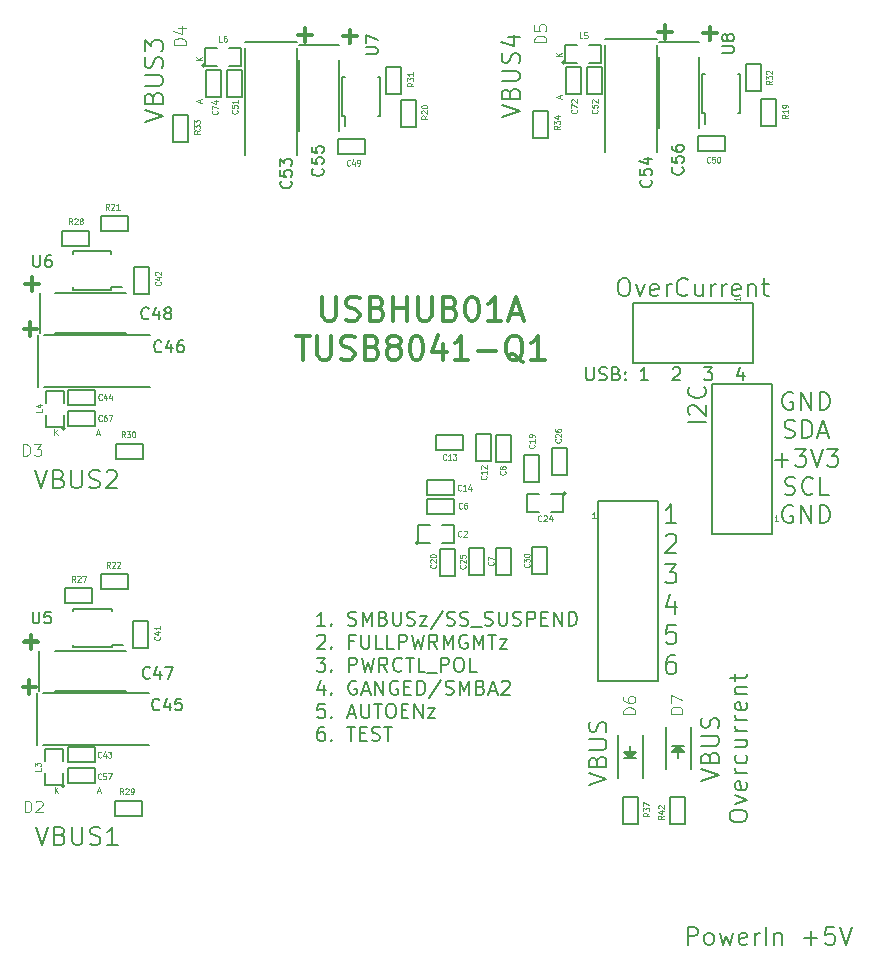
<source format=gbr>
G04 #@! TF.GenerationSoftware,KiCad,Pcbnew,(2017-08-08 revision 53204e097)-makepkg*
G04 #@! TF.CreationDate,2017-08-23T13:37:33+02:00*
G04 #@! TF.ProjectId,usbhub01a,7573626875623031612E6B696361645F,rev?*
G04 #@! TF.SameCoordinates,Original*
G04 #@! TF.FileFunction,Legend,Top*
G04 #@! TF.FilePolarity,Positive*
%FSLAX46Y46*%
G04 Gerber Fmt 4.6, Leading zero omitted, Abs format (unit mm)*
G04 Created by KiCad (PCBNEW (2017-08-08 revision 53204e097)-makepkg) date 08/23/17 13:37:33*
%MOMM*%
%LPD*%
G01*
G04 APERTURE LIST*
%ADD10C,0.150000*%
%ADD11C,0.300000*%
%ADD12C,0.100000*%
%ADD13C,0.203200*%
%ADD14C,0.109220*%
%ADD15C,0.304800*%
%ADD16C,0.099060*%
%ADD17C,0.050000*%
%ADD18C,0.114300*%
G04 APERTURE END LIST*
D10*
X155439371Y-125686000D02*
X156939371Y-125186000D01*
X155439371Y-124686000D01*
X156153657Y-123686000D02*
X156225085Y-123471714D01*
X156296514Y-123400285D01*
X156439371Y-123328857D01*
X156653657Y-123328857D01*
X156796514Y-123400285D01*
X156867942Y-123471714D01*
X156939371Y-123614571D01*
X156939371Y-124186000D01*
X155439371Y-124186000D01*
X155439371Y-123686000D01*
X155510800Y-123543142D01*
X155582228Y-123471714D01*
X155725085Y-123400285D01*
X155867942Y-123400285D01*
X156010800Y-123471714D01*
X156082228Y-123543142D01*
X156153657Y-123686000D01*
X156153657Y-124186000D01*
X155439371Y-122686000D02*
X156653657Y-122686000D01*
X156796514Y-122614571D01*
X156867942Y-122543142D01*
X156939371Y-122400285D01*
X156939371Y-122114571D01*
X156867942Y-121971714D01*
X156796514Y-121900285D01*
X156653657Y-121828857D01*
X155439371Y-121828857D01*
X156867942Y-121186000D02*
X156939371Y-120971714D01*
X156939371Y-120614571D01*
X156867942Y-120471714D01*
X156796514Y-120400285D01*
X156653657Y-120328857D01*
X156510800Y-120328857D01*
X156367942Y-120400285D01*
X156296514Y-120471714D01*
X156225085Y-120614571D01*
X156153657Y-120900285D01*
X156082228Y-121043142D01*
X156010800Y-121114571D01*
X155867942Y-121186000D01*
X155725085Y-121186000D01*
X155582228Y-121114571D01*
X155510800Y-121043142D01*
X155439371Y-120900285D01*
X155439371Y-120543142D01*
X155510800Y-120328857D01*
X164958171Y-125355800D02*
X166458171Y-124855800D01*
X164958171Y-124355800D01*
X165672457Y-123355800D02*
X165743885Y-123141514D01*
X165815314Y-123070085D01*
X165958171Y-122998657D01*
X166172457Y-122998657D01*
X166315314Y-123070085D01*
X166386742Y-123141514D01*
X166458171Y-123284371D01*
X166458171Y-123855800D01*
X164958171Y-123855800D01*
X164958171Y-123355800D01*
X165029600Y-123212942D01*
X165101028Y-123141514D01*
X165243885Y-123070085D01*
X165386742Y-123070085D01*
X165529600Y-123141514D01*
X165601028Y-123212942D01*
X165672457Y-123355800D01*
X165672457Y-123855800D01*
X164958171Y-122355800D02*
X166172457Y-122355800D01*
X166315314Y-122284371D01*
X166386742Y-122212942D01*
X166458171Y-122070085D01*
X166458171Y-121784371D01*
X166386742Y-121641514D01*
X166315314Y-121570085D01*
X166172457Y-121498657D01*
X164958171Y-121498657D01*
X166386742Y-120855800D02*
X166458171Y-120641514D01*
X166458171Y-120284371D01*
X166386742Y-120141514D01*
X166315314Y-120070085D01*
X166172457Y-119998657D01*
X166029600Y-119998657D01*
X165886742Y-120070085D01*
X165815314Y-120141514D01*
X165743885Y-120284371D01*
X165672457Y-120570085D01*
X165601028Y-120712942D01*
X165529600Y-120784371D01*
X165386742Y-120855800D01*
X165243885Y-120855800D01*
X165101028Y-120784371D01*
X165029600Y-120712942D01*
X164958171Y-120570085D01*
X164958171Y-120212942D01*
X165029600Y-119998657D01*
X167358171Y-128427228D02*
X167358171Y-128141514D01*
X167429600Y-127998657D01*
X167572457Y-127855800D01*
X167858171Y-127784371D01*
X168358171Y-127784371D01*
X168643885Y-127855800D01*
X168786742Y-127998657D01*
X168858171Y-128141514D01*
X168858171Y-128427228D01*
X168786742Y-128570085D01*
X168643885Y-128712942D01*
X168358171Y-128784371D01*
X167858171Y-128784371D01*
X167572457Y-128712942D01*
X167429600Y-128570085D01*
X167358171Y-128427228D01*
X167858171Y-127284371D02*
X168858171Y-126927228D01*
X167858171Y-126570085D01*
X168786742Y-125427228D02*
X168858171Y-125570085D01*
X168858171Y-125855800D01*
X168786742Y-125998657D01*
X168643885Y-126070085D01*
X168072457Y-126070085D01*
X167929600Y-125998657D01*
X167858171Y-125855800D01*
X167858171Y-125570085D01*
X167929600Y-125427228D01*
X168072457Y-125355800D01*
X168215314Y-125355800D01*
X168358171Y-126070085D01*
X168858171Y-124712942D02*
X167858171Y-124712942D01*
X168143885Y-124712942D02*
X168001028Y-124641514D01*
X167929600Y-124570085D01*
X167858171Y-124427228D01*
X167858171Y-124284371D01*
X168786742Y-123141514D02*
X168858171Y-123284371D01*
X168858171Y-123570085D01*
X168786742Y-123712942D01*
X168715314Y-123784371D01*
X168572457Y-123855800D01*
X168143885Y-123855800D01*
X168001028Y-123784371D01*
X167929600Y-123712942D01*
X167858171Y-123570085D01*
X167858171Y-123284371D01*
X167929600Y-123141514D01*
X167858171Y-121855800D02*
X168858171Y-121855800D01*
X167858171Y-122498657D02*
X168643885Y-122498657D01*
X168786742Y-122427228D01*
X168858171Y-122284371D01*
X168858171Y-122070085D01*
X168786742Y-121927228D01*
X168715314Y-121855800D01*
X168858171Y-121141514D02*
X167858171Y-121141514D01*
X168143885Y-121141514D02*
X168001028Y-121070085D01*
X167929600Y-120998657D01*
X167858171Y-120855800D01*
X167858171Y-120712942D01*
X168858171Y-120212942D02*
X167858171Y-120212942D01*
X168143885Y-120212942D02*
X168001028Y-120141514D01*
X167929600Y-120070085D01*
X167858171Y-119927228D01*
X167858171Y-119784371D01*
X168786742Y-118712942D02*
X168858171Y-118855800D01*
X168858171Y-119141514D01*
X168786742Y-119284371D01*
X168643885Y-119355800D01*
X168072457Y-119355800D01*
X167929600Y-119284371D01*
X167858171Y-119141514D01*
X167858171Y-118855800D01*
X167929600Y-118712942D01*
X168072457Y-118641514D01*
X168215314Y-118641514D01*
X168358171Y-119355800D01*
X167858171Y-117998657D02*
X168858171Y-117998657D01*
X168001028Y-117998657D02*
X167929600Y-117927228D01*
X167858171Y-117784371D01*
X167858171Y-117570085D01*
X167929600Y-117427228D01*
X168072457Y-117355800D01*
X168858171Y-117355800D01*
X167858171Y-116855800D02*
X167858171Y-116284371D01*
X167358171Y-116641514D02*
X168643885Y-116641514D01*
X168786742Y-116570085D01*
X168858171Y-116427228D01*
X168858171Y-116284371D01*
D11*
X132893847Y-84376761D02*
X132893847Y-85995809D01*
X132989085Y-86186285D01*
X133084323Y-86281523D01*
X133274799Y-86376761D01*
X133655752Y-86376761D01*
X133846228Y-86281523D01*
X133941466Y-86186285D01*
X134036704Y-85995809D01*
X134036704Y-84376761D01*
X134893847Y-86281523D02*
X135179561Y-86376761D01*
X135655752Y-86376761D01*
X135846228Y-86281523D01*
X135941466Y-86186285D01*
X136036704Y-85995809D01*
X136036704Y-85805333D01*
X135941466Y-85614857D01*
X135846228Y-85519619D01*
X135655752Y-85424380D01*
X135274800Y-85329142D01*
X135084323Y-85233904D01*
X134989085Y-85138666D01*
X134893847Y-84948190D01*
X134893847Y-84757714D01*
X134989085Y-84567238D01*
X135084323Y-84472000D01*
X135274800Y-84376761D01*
X135750990Y-84376761D01*
X136036704Y-84472000D01*
X137560514Y-85329142D02*
X137846228Y-85424380D01*
X137941466Y-85519619D01*
X138036704Y-85710095D01*
X138036704Y-85995809D01*
X137941466Y-86186285D01*
X137846228Y-86281523D01*
X137655752Y-86376761D01*
X136893847Y-86376761D01*
X136893847Y-84376761D01*
X137560514Y-84376761D01*
X137750990Y-84472000D01*
X137846228Y-84567238D01*
X137941466Y-84757714D01*
X137941466Y-84948190D01*
X137846228Y-85138666D01*
X137750990Y-85233904D01*
X137560514Y-85329142D01*
X136893847Y-85329142D01*
X138893847Y-86376761D02*
X138893847Y-84376761D01*
X138893847Y-85329142D02*
X140036704Y-85329142D01*
X140036704Y-86376761D02*
X140036704Y-84376761D01*
X140989085Y-84376761D02*
X140989085Y-85995809D01*
X141084323Y-86186285D01*
X141179561Y-86281523D01*
X141370038Y-86376761D01*
X141750990Y-86376761D01*
X141941466Y-86281523D01*
X142036704Y-86186285D01*
X142131942Y-85995809D01*
X142131942Y-84376761D01*
X143750990Y-85329142D02*
X144036704Y-85424380D01*
X144131942Y-85519619D01*
X144227180Y-85710095D01*
X144227180Y-85995809D01*
X144131942Y-86186285D01*
X144036704Y-86281523D01*
X143846228Y-86376761D01*
X143084323Y-86376761D01*
X143084323Y-84376761D01*
X143750990Y-84376761D01*
X143941466Y-84472000D01*
X144036704Y-84567238D01*
X144131942Y-84757714D01*
X144131942Y-84948190D01*
X144036704Y-85138666D01*
X143941466Y-85233904D01*
X143750990Y-85329142D01*
X143084323Y-85329142D01*
X145465276Y-84376761D02*
X145655752Y-84376761D01*
X145846228Y-84472000D01*
X145941466Y-84567238D01*
X146036704Y-84757714D01*
X146131942Y-85138666D01*
X146131942Y-85614857D01*
X146036704Y-85995809D01*
X145941466Y-86186285D01*
X145846228Y-86281523D01*
X145655752Y-86376761D01*
X145465276Y-86376761D01*
X145274800Y-86281523D01*
X145179561Y-86186285D01*
X145084323Y-85995809D01*
X144989085Y-85614857D01*
X144989085Y-85138666D01*
X145084323Y-84757714D01*
X145179561Y-84567238D01*
X145274800Y-84472000D01*
X145465276Y-84376761D01*
X148036704Y-86376761D02*
X146893847Y-86376761D01*
X147465276Y-86376761D02*
X147465276Y-84376761D01*
X147274800Y-84662476D01*
X147084323Y-84852952D01*
X146893847Y-84948190D01*
X148798609Y-85805333D02*
X149750990Y-85805333D01*
X148608133Y-86376761D02*
X149274800Y-84376761D01*
X149941466Y-86376761D01*
X130655752Y-87676761D02*
X131798609Y-87676761D01*
X131227180Y-89676761D02*
X131227180Y-87676761D01*
X132465276Y-87676761D02*
X132465276Y-89295809D01*
X132560514Y-89486285D01*
X132655752Y-89581523D01*
X132846228Y-89676761D01*
X133227180Y-89676761D01*
X133417657Y-89581523D01*
X133512895Y-89486285D01*
X133608133Y-89295809D01*
X133608133Y-87676761D01*
X134465276Y-89581523D02*
X134750990Y-89676761D01*
X135227180Y-89676761D01*
X135417657Y-89581523D01*
X135512895Y-89486285D01*
X135608133Y-89295809D01*
X135608133Y-89105333D01*
X135512895Y-88914857D01*
X135417657Y-88819619D01*
X135227180Y-88724380D01*
X134846228Y-88629142D01*
X134655752Y-88533904D01*
X134560514Y-88438666D01*
X134465276Y-88248190D01*
X134465276Y-88057714D01*
X134560514Y-87867238D01*
X134655752Y-87772000D01*
X134846228Y-87676761D01*
X135322419Y-87676761D01*
X135608133Y-87772000D01*
X137131942Y-88629142D02*
X137417657Y-88724380D01*
X137512895Y-88819619D01*
X137608133Y-89010095D01*
X137608133Y-89295809D01*
X137512895Y-89486285D01*
X137417657Y-89581523D01*
X137227180Y-89676761D01*
X136465276Y-89676761D01*
X136465276Y-87676761D01*
X137131942Y-87676761D01*
X137322419Y-87772000D01*
X137417657Y-87867238D01*
X137512895Y-88057714D01*
X137512895Y-88248190D01*
X137417657Y-88438666D01*
X137322419Y-88533904D01*
X137131942Y-88629142D01*
X136465276Y-88629142D01*
X138750990Y-88533904D02*
X138560514Y-88438666D01*
X138465276Y-88343428D01*
X138370038Y-88152952D01*
X138370038Y-88057714D01*
X138465276Y-87867238D01*
X138560514Y-87772000D01*
X138750990Y-87676761D01*
X139131942Y-87676761D01*
X139322419Y-87772000D01*
X139417657Y-87867238D01*
X139512895Y-88057714D01*
X139512895Y-88152952D01*
X139417657Y-88343428D01*
X139322419Y-88438666D01*
X139131942Y-88533904D01*
X138750990Y-88533904D01*
X138560514Y-88629142D01*
X138465276Y-88724380D01*
X138370038Y-88914857D01*
X138370038Y-89295809D01*
X138465276Y-89486285D01*
X138560514Y-89581523D01*
X138750990Y-89676761D01*
X139131942Y-89676761D01*
X139322419Y-89581523D01*
X139417657Y-89486285D01*
X139512895Y-89295809D01*
X139512895Y-88914857D01*
X139417657Y-88724380D01*
X139322419Y-88629142D01*
X139131942Y-88533904D01*
X140750990Y-87676761D02*
X140941466Y-87676761D01*
X141131942Y-87772000D01*
X141227180Y-87867238D01*
X141322419Y-88057714D01*
X141417657Y-88438666D01*
X141417657Y-88914857D01*
X141322419Y-89295809D01*
X141227180Y-89486285D01*
X141131942Y-89581523D01*
X140941466Y-89676761D01*
X140750990Y-89676761D01*
X140560514Y-89581523D01*
X140465276Y-89486285D01*
X140370038Y-89295809D01*
X140274800Y-88914857D01*
X140274800Y-88438666D01*
X140370038Y-88057714D01*
X140465276Y-87867238D01*
X140560514Y-87772000D01*
X140750990Y-87676761D01*
X143131942Y-88343428D02*
X143131942Y-89676761D01*
X142655752Y-87581523D02*
X142179561Y-89010095D01*
X143417657Y-89010095D01*
X145227180Y-89676761D02*
X144084323Y-89676761D01*
X144655752Y-89676761D02*
X144655752Y-87676761D01*
X144465276Y-87962476D01*
X144274800Y-88152952D01*
X144084323Y-88248190D01*
X146084323Y-88914857D02*
X147608133Y-88914857D01*
X149893847Y-89867238D02*
X149703371Y-89772000D01*
X149512895Y-89581523D01*
X149227180Y-89295809D01*
X149036704Y-89200571D01*
X148846228Y-89200571D01*
X148941466Y-89676761D02*
X148750990Y-89581523D01*
X148560514Y-89391047D01*
X148465276Y-89010095D01*
X148465276Y-88343428D01*
X148560514Y-87962476D01*
X148750990Y-87772000D01*
X148941466Y-87676761D01*
X149322419Y-87676761D01*
X149512895Y-87772000D01*
X149703371Y-87962476D01*
X149798609Y-88343428D01*
X149798609Y-89010095D01*
X149703371Y-89391047D01*
X149512895Y-89581523D01*
X149322419Y-89676761D01*
X148941466Y-89676761D01*
X151703371Y-89676761D02*
X150560514Y-89676761D01*
X151131942Y-89676761D02*
X151131942Y-87676761D01*
X150941466Y-87962476D01*
X150750990Y-88152952D01*
X150560514Y-88248190D01*
D10*
X162864742Y-103518009D02*
X161950457Y-103518009D01*
X162407600Y-103518009D02*
X162407600Y-101918009D01*
X162255219Y-102146580D01*
X162102838Y-102298961D01*
X161950457Y-102375152D01*
X161950457Y-104620390D02*
X162026647Y-104544200D01*
X162179028Y-104468009D01*
X162559980Y-104468009D01*
X162712361Y-104544200D01*
X162788552Y-104620390D01*
X162864742Y-104772771D01*
X162864742Y-104925152D01*
X162788552Y-105153723D01*
X161874266Y-106068009D01*
X162864742Y-106068009D01*
X161874266Y-107018009D02*
X162864742Y-107018009D01*
X162331409Y-107627533D01*
X162559980Y-107627533D01*
X162712361Y-107703723D01*
X162788552Y-107779914D01*
X162864742Y-107932295D01*
X162864742Y-108313247D01*
X162788552Y-108465628D01*
X162712361Y-108541819D01*
X162559980Y-108618009D01*
X162102838Y-108618009D01*
X161950457Y-108541819D01*
X161874266Y-108465628D01*
X162712361Y-110101342D02*
X162712361Y-111168009D01*
X162331409Y-109491819D02*
X161950457Y-110634676D01*
X162940933Y-110634676D01*
X162788552Y-112118009D02*
X162026647Y-112118009D01*
X161950457Y-112879914D01*
X162026647Y-112803723D01*
X162179028Y-112727533D01*
X162559980Y-112727533D01*
X162712361Y-112803723D01*
X162788552Y-112879914D01*
X162864742Y-113032295D01*
X162864742Y-113413247D01*
X162788552Y-113565628D01*
X162712361Y-113641819D01*
X162559980Y-113718009D01*
X162179028Y-113718009D01*
X162026647Y-113641819D01*
X161950457Y-113565628D01*
X162712361Y-114668009D02*
X162407600Y-114668009D01*
X162255219Y-114744200D01*
X162179028Y-114820390D01*
X162026647Y-115048961D01*
X161950457Y-115353723D01*
X161950457Y-115963247D01*
X162026647Y-116115628D01*
X162102838Y-116191819D01*
X162255219Y-116268009D01*
X162559980Y-116268009D01*
X162712361Y-116191819D01*
X162788552Y-116115628D01*
X162864742Y-115963247D01*
X162864742Y-115582295D01*
X162788552Y-115429914D01*
X162712361Y-115353723D01*
X162559980Y-115277533D01*
X162255219Y-115277533D01*
X162102838Y-115353723D01*
X162026647Y-115429914D01*
X161950457Y-115582295D01*
X133142585Y-112203057D02*
X132456871Y-112203057D01*
X132799728Y-112203057D02*
X132799728Y-111003057D01*
X132685442Y-111174485D01*
X132571157Y-111288771D01*
X132456871Y-111345914D01*
X133656871Y-112088771D02*
X133714014Y-112145914D01*
X133656871Y-112203057D01*
X133599728Y-112145914D01*
X133656871Y-112088771D01*
X133656871Y-112203057D01*
X135085442Y-112145914D02*
X135256871Y-112203057D01*
X135542585Y-112203057D01*
X135656871Y-112145914D01*
X135714014Y-112088771D01*
X135771157Y-111974485D01*
X135771157Y-111860200D01*
X135714014Y-111745914D01*
X135656871Y-111688771D01*
X135542585Y-111631628D01*
X135314014Y-111574485D01*
X135199728Y-111517342D01*
X135142585Y-111460200D01*
X135085442Y-111345914D01*
X135085442Y-111231628D01*
X135142585Y-111117342D01*
X135199728Y-111060200D01*
X135314014Y-111003057D01*
X135599728Y-111003057D01*
X135771157Y-111060200D01*
X136285442Y-112203057D02*
X136285442Y-111003057D01*
X136685442Y-111860200D01*
X137085442Y-111003057D01*
X137085442Y-112203057D01*
X138056871Y-111574485D02*
X138228300Y-111631628D01*
X138285442Y-111688771D01*
X138342585Y-111803057D01*
X138342585Y-111974485D01*
X138285442Y-112088771D01*
X138228300Y-112145914D01*
X138114014Y-112203057D01*
X137656871Y-112203057D01*
X137656871Y-111003057D01*
X138056871Y-111003057D01*
X138171157Y-111060200D01*
X138228300Y-111117342D01*
X138285442Y-111231628D01*
X138285442Y-111345914D01*
X138228300Y-111460200D01*
X138171157Y-111517342D01*
X138056871Y-111574485D01*
X137656871Y-111574485D01*
X138856871Y-111003057D02*
X138856871Y-111974485D01*
X138914014Y-112088771D01*
X138971157Y-112145914D01*
X139085442Y-112203057D01*
X139314014Y-112203057D01*
X139428300Y-112145914D01*
X139485442Y-112088771D01*
X139542585Y-111974485D01*
X139542585Y-111003057D01*
X140056871Y-112145914D02*
X140228300Y-112203057D01*
X140514014Y-112203057D01*
X140628300Y-112145914D01*
X140685442Y-112088771D01*
X140742585Y-111974485D01*
X140742585Y-111860200D01*
X140685442Y-111745914D01*
X140628300Y-111688771D01*
X140514014Y-111631628D01*
X140285442Y-111574485D01*
X140171157Y-111517342D01*
X140114014Y-111460200D01*
X140056871Y-111345914D01*
X140056871Y-111231628D01*
X140114014Y-111117342D01*
X140171157Y-111060200D01*
X140285442Y-111003057D01*
X140571157Y-111003057D01*
X140742585Y-111060200D01*
X141142585Y-111403057D02*
X141771157Y-111403057D01*
X141142585Y-112203057D01*
X141771157Y-112203057D01*
X143085442Y-110945914D02*
X142056871Y-112488771D01*
X143428300Y-112145914D02*
X143599728Y-112203057D01*
X143885442Y-112203057D01*
X143999728Y-112145914D01*
X144056871Y-112088771D01*
X144114014Y-111974485D01*
X144114014Y-111860200D01*
X144056871Y-111745914D01*
X143999728Y-111688771D01*
X143885442Y-111631628D01*
X143656871Y-111574485D01*
X143542585Y-111517342D01*
X143485442Y-111460200D01*
X143428300Y-111345914D01*
X143428300Y-111231628D01*
X143485442Y-111117342D01*
X143542585Y-111060200D01*
X143656871Y-111003057D01*
X143942585Y-111003057D01*
X144114014Y-111060200D01*
X144571157Y-112145914D02*
X144742585Y-112203057D01*
X145028300Y-112203057D01*
X145142585Y-112145914D01*
X145199728Y-112088771D01*
X145256871Y-111974485D01*
X145256871Y-111860200D01*
X145199728Y-111745914D01*
X145142585Y-111688771D01*
X145028300Y-111631628D01*
X144799728Y-111574485D01*
X144685442Y-111517342D01*
X144628300Y-111460200D01*
X144571157Y-111345914D01*
X144571157Y-111231628D01*
X144628300Y-111117342D01*
X144685442Y-111060200D01*
X144799728Y-111003057D01*
X145085442Y-111003057D01*
X145256871Y-111060200D01*
X145485442Y-112317342D02*
X146399728Y-112317342D01*
X146628300Y-112145914D02*
X146799728Y-112203057D01*
X147085442Y-112203057D01*
X147199728Y-112145914D01*
X147256871Y-112088771D01*
X147314014Y-111974485D01*
X147314014Y-111860200D01*
X147256871Y-111745914D01*
X147199728Y-111688771D01*
X147085442Y-111631628D01*
X146856871Y-111574485D01*
X146742585Y-111517342D01*
X146685442Y-111460200D01*
X146628300Y-111345914D01*
X146628300Y-111231628D01*
X146685442Y-111117342D01*
X146742585Y-111060200D01*
X146856871Y-111003057D01*
X147142585Y-111003057D01*
X147314014Y-111060200D01*
X147828300Y-111003057D02*
X147828300Y-111974485D01*
X147885442Y-112088771D01*
X147942585Y-112145914D01*
X148056871Y-112203057D01*
X148285442Y-112203057D01*
X148399728Y-112145914D01*
X148456871Y-112088771D01*
X148514014Y-111974485D01*
X148514014Y-111003057D01*
X149028300Y-112145914D02*
X149199728Y-112203057D01*
X149485442Y-112203057D01*
X149599728Y-112145914D01*
X149656871Y-112088771D01*
X149714014Y-111974485D01*
X149714014Y-111860200D01*
X149656871Y-111745914D01*
X149599728Y-111688771D01*
X149485442Y-111631628D01*
X149256871Y-111574485D01*
X149142585Y-111517342D01*
X149085442Y-111460200D01*
X149028300Y-111345914D01*
X149028300Y-111231628D01*
X149085442Y-111117342D01*
X149142585Y-111060200D01*
X149256871Y-111003057D01*
X149542585Y-111003057D01*
X149714014Y-111060200D01*
X150228300Y-112203057D02*
X150228300Y-111003057D01*
X150685442Y-111003057D01*
X150799728Y-111060200D01*
X150856871Y-111117342D01*
X150914014Y-111231628D01*
X150914014Y-111403057D01*
X150856871Y-111517342D01*
X150799728Y-111574485D01*
X150685442Y-111631628D01*
X150228300Y-111631628D01*
X151428300Y-111574485D02*
X151828300Y-111574485D01*
X151999728Y-112203057D02*
X151428300Y-112203057D01*
X151428300Y-111003057D01*
X151999728Y-111003057D01*
X152514014Y-112203057D02*
X152514014Y-111003057D01*
X153199728Y-112203057D01*
X153199728Y-111003057D01*
X153771157Y-112203057D02*
X153771157Y-111003057D01*
X154056871Y-111003057D01*
X154228300Y-111060200D01*
X154342585Y-111174485D01*
X154399728Y-111288771D01*
X154456871Y-111517342D01*
X154456871Y-111688771D01*
X154399728Y-111917342D01*
X154342585Y-112031628D01*
X154228300Y-112145914D01*
X154056871Y-112203057D01*
X153771157Y-112203057D01*
X132456871Y-113067342D02*
X132514014Y-113010200D01*
X132628300Y-112953057D01*
X132914014Y-112953057D01*
X133028300Y-113010200D01*
X133085442Y-113067342D01*
X133142585Y-113181628D01*
X133142585Y-113295914D01*
X133085442Y-113467342D01*
X132399728Y-114153057D01*
X133142585Y-114153057D01*
X133656871Y-114038771D02*
X133714014Y-114095914D01*
X133656871Y-114153057D01*
X133599728Y-114095914D01*
X133656871Y-114038771D01*
X133656871Y-114153057D01*
X135542585Y-113524485D02*
X135142585Y-113524485D01*
X135142585Y-114153057D02*
X135142585Y-112953057D01*
X135714014Y-112953057D01*
X136171157Y-112953057D02*
X136171157Y-113924485D01*
X136228300Y-114038771D01*
X136285442Y-114095914D01*
X136399728Y-114153057D01*
X136628300Y-114153057D01*
X136742585Y-114095914D01*
X136799728Y-114038771D01*
X136856871Y-113924485D01*
X136856871Y-112953057D01*
X137999728Y-114153057D02*
X137428300Y-114153057D01*
X137428300Y-112953057D01*
X138971157Y-114153057D02*
X138399728Y-114153057D01*
X138399728Y-112953057D01*
X139371157Y-114153057D02*
X139371157Y-112953057D01*
X139828300Y-112953057D01*
X139942585Y-113010200D01*
X139999728Y-113067342D01*
X140056871Y-113181628D01*
X140056871Y-113353057D01*
X139999728Y-113467342D01*
X139942585Y-113524485D01*
X139828300Y-113581628D01*
X139371157Y-113581628D01*
X140456871Y-112953057D02*
X140742585Y-114153057D01*
X140971157Y-113295914D01*
X141199728Y-114153057D01*
X141485442Y-112953057D01*
X142628300Y-114153057D02*
X142228300Y-113581628D01*
X141942585Y-114153057D02*
X141942585Y-112953057D01*
X142399728Y-112953057D01*
X142514014Y-113010200D01*
X142571157Y-113067342D01*
X142628300Y-113181628D01*
X142628300Y-113353057D01*
X142571157Y-113467342D01*
X142514014Y-113524485D01*
X142399728Y-113581628D01*
X141942585Y-113581628D01*
X143142585Y-114153057D02*
X143142585Y-112953057D01*
X143542585Y-113810200D01*
X143942585Y-112953057D01*
X143942585Y-114153057D01*
X145142585Y-113010200D02*
X145028300Y-112953057D01*
X144856871Y-112953057D01*
X144685442Y-113010200D01*
X144571157Y-113124485D01*
X144514014Y-113238771D01*
X144456871Y-113467342D01*
X144456871Y-113638771D01*
X144514014Y-113867342D01*
X144571157Y-113981628D01*
X144685442Y-114095914D01*
X144856871Y-114153057D01*
X144971157Y-114153057D01*
X145142585Y-114095914D01*
X145199728Y-114038771D01*
X145199728Y-113638771D01*
X144971157Y-113638771D01*
X145714014Y-114153057D02*
X145714014Y-112953057D01*
X146114014Y-113810200D01*
X146514014Y-112953057D01*
X146514014Y-114153057D01*
X146914014Y-112953057D02*
X147599728Y-112953057D01*
X147256871Y-114153057D02*
X147256871Y-112953057D01*
X147885442Y-113353057D02*
X148514014Y-113353057D01*
X147885442Y-114153057D01*
X148514014Y-114153057D01*
X132399728Y-114903057D02*
X133142585Y-114903057D01*
X132742585Y-115360200D01*
X132914014Y-115360200D01*
X133028300Y-115417342D01*
X133085442Y-115474485D01*
X133142585Y-115588771D01*
X133142585Y-115874485D01*
X133085442Y-115988771D01*
X133028300Y-116045914D01*
X132914014Y-116103057D01*
X132571157Y-116103057D01*
X132456871Y-116045914D01*
X132399728Y-115988771D01*
X133656871Y-115988771D02*
X133714014Y-116045914D01*
X133656871Y-116103057D01*
X133599728Y-116045914D01*
X133656871Y-115988771D01*
X133656871Y-116103057D01*
X135142585Y-116103057D02*
X135142585Y-114903057D01*
X135599728Y-114903057D01*
X135714014Y-114960200D01*
X135771157Y-115017342D01*
X135828300Y-115131628D01*
X135828300Y-115303057D01*
X135771157Y-115417342D01*
X135714014Y-115474485D01*
X135599728Y-115531628D01*
X135142585Y-115531628D01*
X136228300Y-114903057D02*
X136514014Y-116103057D01*
X136742585Y-115245914D01*
X136971157Y-116103057D01*
X137256871Y-114903057D01*
X138399728Y-116103057D02*
X137999728Y-115531628D01*
X137714014Y-116103057D02*
X137714014Y-114903057D01*
X138171157Y-114903057D01*
X138285442Y-114960200D01*
X138342585Y-115017342D01*
X138399728Y-115131628D01*
X138399728Y-115303057D01*
X138342585Y-115417342D01*
X138285442Y-115474485D01*
X138171157Y-115531628D01*
X137714014Y-115531628D01*
X139599728Y-115988771D02*
X139542585Y-116045914D01*
X139371157Y-116103057D01*
X139256871Y-116103057D01*
X139085442Y-116045914D01*
X138971157Y-115931628D01*
X138914014Y-115817342D01*
X138856871Y-115588771D01*
X138856871Y-115417342D01*
X138914014Y-115188771D01*
X138971157Y-115074485D01*
X139085442Y-114960200D01*
X139256871Y-114903057D01*
X139371157Y-114903057D01*
X139542585Y-114960200D01*
X139599728Y-115017342D01*
X139942585Y-114903057D02*
X140628300Y-114903057D01*
X140285442Y-116103057D02*
X140285442Y-114903057D01*
X141599728Y-116103057D02*
X141028300Y-116103057D01*
X141028300Y-114903057D01*
X141714014Y-116217342D02*
X142628300Y-116217342D01*
X142914014Y-116103057D02*
X142914014Y-114903057D01*
X143371157Y-114903057D01*
X143485442Y-114960200D01*
X143542585Y-115017342D01*
X143599728Y-115131628D01*
X143599728Y-115303057D01*
X143542585Y-115417342D01*
X143485442Y-115474485D01*
X143371157Y-115531628D01*
X142914014Y-115531628D01*
X144342585Y-114903057D02*
X144571157Y-114903057D01*
X144685442Y-114960200D01*
X144799728Y-115074485D01*
X144856871Y-115303057D01*
X144856871Y-115703057D01*
X144799728Y-115931628D01*
X144685442Y-116045914D01*
X144571157Y-116103057D01*
X144342585Y-116103057D01*
X144228300Y-116045914D01*
X144114014Y-115931628D01*
X144056871Y-115703057D01*
X144056871Y-115303057D01*
X144114014Y-115074485D01*
X144228300Y-114960200D01*
X144342585Y-114903057D01*
X145942585Y-116103057D02*
X145371157Y-116103057D01*
X145371157Y-114903057D01*
X133028300Y-117253057D02*
X133028300Y-118053057D01*
X132742585Y-116795914D02*
X132456871Y-117653057D01*
X133199728Y-117653057D01*
X133656871Y-117938771D02*
X133714014Y-117995914D01*
X133656871Y-118053057D01*
X133599728Y-117995914D01*
X133656871Y-117938771D01*
X133656871Y-118053057D01*
X135771157Y-116910200D02*
X135656871Y-116853057D01*
X135485442Y-116853057D01*
X135314014Y-116910200D01*
X135199728Y-117024485D01*
X135142585Y-117138771D01*
X135085442Y-117367342D01*
X135085442Y-117538771D01*
X135142585Y-117767342D01*
X135199728Y-117881628D01*
X135314014Y-117995914D01*
X135485442Y-118053057D01*
X135599728Y-118053057D01*
X135771157Y-117995914D01*
X135828300Y-117938771D01*
X135828300Y-117538771D01*
X135599728Y-117538771D01*
X136285442Y-117710200D02*
X136856871Y-117710200D01*
X136171157Y-118053057D02*
X136571157Y-116853057D01*
X136971157Y-118053057D01*
X137371157Y-118053057D02*
X137371157Y-116853057D01*
X138056871Y-118053057D01*
X138056871Y-116853057D01*
X139256871Y-116910200D02*
X139142585Y-116853057D01*
X138971157Y-116853057D01*
X138799728Y-116910200D01*
X138685442Y-117024485D01*
X138628300Y-117138771D01*
X138571157Y-117367342D01*
X138571157Y-117538771D01*
X138628300Y-117767342D01*
X138685442Y-117881628D01*
X138799728Y-117995914D01*
X138971157Y-118053057D01*
X139085442Y-118053057D01*
X139256871Y-117995914D01*
X139314014Y-117938771D01*
X139314014Y-117538771D01*
X139085442Y-117538771D01*
X139828300Y-117424485D02*
X140228300Y-117424485D01*
X140399728Y-118053057D02*
X139828300Y-118053057D01*
X139828300Y-116853057D01*
X140399728Y-116853057D01*
X140914014Y-118053057D02*
X140914014Y-116853057D01*
X141199728Y-116853057D01*
X141371157Y-116910200D01*
X141485442Y-117024485D01*
X141542585Y-117138771D01*
X141599728Y-117367342D01*
X141599728Y-117538771D01*
X141542585Y-117767342D01*
X141485442Y-117881628D01*
X141371157Y-117995914D01*
X141199728Y-118053057D01*
X140914014Y-118053057D01*
X142971157Y-116795914D02*
X141942585Y-118338771D01*
X143314014Y-117995914D02*
X143485442Y-118053057D01*
X143771157Y-118053057D01*
X143885442Y-117995914D01*
X143942585Y-117938771D01*
X143999728Y-117824485D01*
X143999728Y-117710200D01*
X143942585Y-117595914D01*
X143885442Y-117538771D01*
X143771157Y-117481628D01*
X143542585Y-117424485D01*
X143428300Y-117367342D01*
X143371157Y-117310200D01*
X143314014Y-117195914D01*
X143314014Y-117081628D01*
X143371157Y-116967342D01*
X143428300Y-116910200D01*
X143542585Y-116853057D01*
X143828300Y-116853057D01*
X143999728Y-116910200D01*
X144514014Y-118053057D02*
X144514014Y-116853057D01*
X144914014Y-117710200D01*
X145314014Y-116853057D01*
X145314014Y-118053057D01*
X146285442Y-117424485D02*
X146456871Y-117481628D01*
X146514014Y-117538771D01*
X146571157Y-117653057D01*
X146571157Y-117824485D01*
X146514014Y-117938771D01*
X146456871Y-117995914D01*
X146342585Y-118053057D01*
X145885442Y-118053057D01*
X145885442Y-116853057D01*
X146285442Y-116853057D01*
X146399728Y-116910200D01*
X146456871Y-116967342D01*
X146514014Y-117081628D01*
X146514014Y-117195914D01*
X146456871Y-117310200D01*
X146399728Y-117367342D01*
X146285442Y-117424485D01*
X145885442Y-117424485D01*
X147028300Y-117710200D02*
X147599728Y-117710200D01*
X146914014Y-118053057D02*
X147314014Y-116853057D01*
X147714014Y-118053057D01*
X148056871Y-116967342D02*
X148114014Y-116910200D01*
X148228300Y-116853057D01*
X148514014Y-116853057D01*
X148628300Y-116910200D01*
X148685442Y-116967342D01*
X148742585Y-117081628D01*
X148742585Y-117195914D01*
X148685442Y-117367342D01*
X147999728Y-118053057D01*
X148742585Y-118053057D01*
X133085442Y-118803057D02*
X132514014Y-118803057D01*
X132456871Y-119374485D01*
X132514014Y-119317342D01*
X132628300Y-119260200D01*
X132914014Y-119260200D01*
X133028300Y-119317342D01*
X133085442Y-119374485D01*
X133142585Y-119488771D01*
X133142585Y-119774485D01*
X133085442Y-119888771D01*
X133028300Y-119945914D01*
X132914014Y-120003057D01*
X132628300Y-120003057D01*
X132514014Y-119945914D01*
X132456871Y-119888771D01*
X133656871Y-119888771D02*
X133714014Y-119945914D01*
X133656871Y-120003057D01*
X133599728Y-119945914D01*
X133656871Y-119888771D01*
X133656871Y-120003057D01*
X135085442Y-119660200D02*
X135656871Y-119660200D01*
X134971157Y-120003057D02*
X135371157Y-118803057D01*
X135771157Y-120003057D01*
X136171157Y-118803057D02*
X136171157Y-119774485D01*
X136228300Y-119888771D01*
X136285442Y-119945914D01*
X136399728Y-120003057D01*
X136628300Y-120003057D01*
X136742585Y-119945914D01*
X136799728Y-119888771D01*
X136856871Y-119774485D01*
X136856871Y-118803057D01*
X137256871Y-118803057D02*
X137942585Y-118803057D01*
X137599728Y-120003057D02*
X137599728Y-118803057D01*
X138571157Y-118803057D02*
X138799728Y-118803057D01*
X138914014Y-118860200D01*
X139028300Y-118974485D01*
X139085442Y-119203057D01*
X139085442Y-119603057D01*
X139028300Y-119831628D01*
X138914014Y-119945914D01*
X138799728Y-120003057D01*
X138571157Y-120003057D01*
X138456871Y-119945914D01*
X138342585Y-119831628D01*
X138285442Y-119603057D01*
X138285442Y-119203057D01*
X138342585Y-118974485D01*
X138456871Y-118860200D01*
X138571157Y-118803057D01*
X139599728Y-119374485D02*
X139999728Y-119374485D01*
X140171157Y-120003057D02*
X139599728Y-120003057D01*
X139599728Y-118803057D01*
X140171157Y-118803057D01*
X140685442Y-120003057D02*
X140685442Y-118803057D01*
X141371157Y-120003057D01*
X141371157Y-118803057D01*
X141828300Y-119203057D02*
X142456871Y-119203057D01*
X141828300Y-120003057D01*
X142456871Y-120003057D01*
X133028300Y-120753057D02*
X132799728Y-120753057D01*
X132685442Y-120810200D01*
X132628300Y-120867342D01*
X132514014Y-121038771D01*
X132456871Y-121267342D01*
X132456871Y-121724485D01*
X132514014Y-121838771D01*
X132571157Y-121895914D01*
X132685442Y-121953057D01*
X132914014Y-121953057D01*
X133028300Y-121895914D01*
X133085442Y-121838771D01*
X133142585Y-121724485D01*
X133142585Y-121438771D01*
X133085442Y-121324485D01*
X133028300Y-121267342D01*
X132914014Y-121210200D01*
X132685442Y-121210200D01*
X132571157Y-121267342D01*
X132514014Y-121324485D01*
X132456871Y-121438771D01*
X133656871Y-121838771D02*
X133714014Y-121895914D01*
X133656871Y-121953057D01*
X133599728Y-121895914D01*
X133656871Y-121838771D01*
X133656871Y-121953057D01*
X134971157Y-120753057D02*
X135656871Y-120753057D01*
X135314014Y-121953057D02*
X135314014Y-120753057D01*
X136056871Y-121324485D02*
X136456871Y-121324485D01*
X136628300Y-121953057D02*
X136056871Y-121953057D01*
X136056871Y-120753057D01*
X136628300Y-120753057D01*
X137085442Y-121895914D02*
X137256871Y-121953057D01*
X137542585Y-121953057D01*
X137656871Y-121895914D01*
X137714014Y-121838771D01*
X137771157Y-121724485D01*
X137771157Y-121610200D01*
X137714014Y-121495914D01*
X137656871Y-121438771D01*
X137542585Y-121381628D01*
X137314014Y-121324485D01*
X137199728Y-121267342D01*
X137142585Y-121210200D01*
X137085442Y-121095914D01*
X137085442Y-120981628D01*
X137142585Y-120867342D01*
X137199728Y-120810200D01*
X137314014Y-120753057D01*
X137599728Y-120753057D01*
X137771157Y-120810200D01*
X138114014Y-120753057D02*
X138799728Y-120753057D01*
X138456871Y-121953057D02*
X138456871Y-120753057D01*
X172694742Y-92494000D02*
X172551885Y-92422571D01*
X172337600Y-92422571D01*
X172123314Y-92494000D01*
X171980457Y-92636857D01*
X171909028Y-92779714D01*
X171837600Y-93065428D01*
X171837600Y-93279714D01*
X171909028Y-93565428D01*
X171980457Y-93708285D01*
X172123314Y-93851142D01*
X172337600Y-93922571D01*
X172480457Y-93922571D01*
X172694742Y-93851142D01*
X172766171Y-93779714D01*
X172766171Y-93279714D01*
X172480457Y-93279714D01*
X173409028Y-93922571D02*
X173409028Y-92422571D01*
X174266171Y-93922571D01*
X174266171Y-92422571D01*
X174980457Y-93922571D02*
X174980457Y-92422571D01*
X175337600Y-92422571D01*
X175551885Y-92494000D01*
X175694742Y-92636857D01*
X175766171Y-92779714D01*
X175837600Y-93065428D01*
X175837600Y-93279714D01*
X175766171Y-93565428D01*
X175694742Y-93708285D01*
X175551885Y-93851142D01*
X175337600Y-93922571D01*
X174980457Y-93922571D01*
X172016171Y-96251142D02*
X172230457Y-96322571D01*
X172587600Y-96322571D01*
X172730457Y-96251142D01*
X172801885Y-96179714D01*
X172873314Y-96036857D01*
X172873314Y-95894000D01*
X172801885Y-95751142D01*
X172730457Y-95679714D01*
X172587600Y-95608285D01*
X172301885Y-95536857D01*
X172159028Y-95465428D01*
X172087600Y-95394000D01*
X172016171Y-95251142D01*
X172016171Y-95108285D01*
X172087600Y-94965428D01*
X172159028Y-94894000D01*
X172301885Y-94822571D01*
X172659028Y-94822571D01*
X172873314Y-94894000D01*
X173516171Y-96322571D02*
X173516171Y-94822571D01*
X173873314Y-94822571D01*
X174087600Y-94894000D01*
X174230457Y-95036857D01*
X174301885Y-95179714D01*
X174373314Y-95465428D01*
X174373314Y-95679714D01*
X174301885Y-95965428D01*
X174230457Y-96108285D01*
X174087600Y-96251142D01*
X173873314Y-96322571D01*
X173516171Y-96322571D01*
X174944742Y-95894000D02*
X175659028Y-95894000D01*
X174801885Y-96322571D02*
X175301885Y-94822571D01*
X175801885Y-96322571D01*
X171194742Y-98151142D02*
X172337600Y-98151142D01*
X171766171Y-98722571D02*
X171766171Y-97579714D01*
X172909028Y-97222571D02*
X173837600Y-97222571D01*
X173337600Y-97794000D01*
X173551885Y-97794000D01*
X173694742Y-97865428D01*
X173766171Y-97936857D01*
X173837600Y-98079714D01*
X173837600Y-98436857D01*
X173766171Y-98579714D01*
X173694742Y-98651142D01*
X173551885Y-98722571D01*
X173123314Y-98722571D01*
X172980457Y-98651142D01*
X172909028Y-98579714D01*
X174266171Y-97222571D02*
X174766171Y-98722571D01*
X175266171Y-97222571D01*
X175623314Y-97222571D02*
X176551885Y-97222571D01*
X176051885Y-97794000D01*
X176266171Y-97794000D01*
X176409028Y-97865428D01*
X176480457Y-97936857D01*
X176551885Y-98079714D01*
X176551885Y-98436857D01*
X176480457Y-98579714D01*
X176409028Y-98651142D01*
X176266171Y-98722571D01*
X175837600Y-98722571D01*
X175694742Y-98651142D01*
X175623314Y-98579714D01*
X172051885Y-101051142D02*
X172266171Y-101122571D01*
X172623314Y-101122571D01*
X172766171Y-101051142D01*
X172837600Y-100979714D01*
X172909028Y-100836857D01*
X172909028Y-100694000D01*
X172837600Y-100551142D01*
X172766171Y-100479714D01*
X172623314Y-100408285D01*
X172337600Y-100336857D01*
X172194742Y-100265428D01*
X172123314Y-100194000D01*
X172051885Y-100051142D01*
X172051885Y-99908285D01*
X172123314Y-99765428D01*
X172194742Y-99694000D01*
X172337600Y-99622571D01*
X172694742Y-99622571D01*
X172909028Y-99694000D01*
X174409028Y-100979714D02*
X174337600Y-101051142D01*
X174123314Y-101122571D01*
X173980457Y-101122571D01*
X173766171Y-101051142D01*
X173623314Y-100908285D01*
X173551885Y-100765428D01*
X173480457Y-100479714D01*
X173480457Y-100265428D01*
X173551885Y-99979714D01*
X173623314Y-99836857D01*
X173766171Y-99694000D01*
X173980457Y-99622571D01*
X174123314Y-99622571D01*
X174337600Y-99694000D01*
X174409028Y-99765428D01*
X175766171Y-101122571D02*
X175051885Y-101122571D01*
X175051885Y-99622571D01*
X172694742Y-102094000D02*
X172551885Y-102022571D01*
X172337600Y-102022571D01*
X172123314Y-102094000D01*
X171980457Y-102236857D01*
X171909028Y-102379714D01*
X171837600Y-102665428D01*
X171837600Y-102879714D01*
X171909028Y-103165428D01*
X171980457Y-103308285D01*
X172123314Y-103451142D01*
X172337600Y-103522571D01*
X172480457Y-103522571D01*
X172694742Y-103451142D01*
X172766171Y-103379714D01*
X172766171Y-102879714D01*
X172480457Y-102879714D01*
X173409028Y-103522571D02*
X173409028Y-102022571D01*
X174266171Y-103522571D01*
X174266171Y-102022571D01*
X174980457Y-103522571D02*
X174980457Y-102022571D01*
X175337600Y-102022571D01*
X175551885Y-102094000D01*
X175694742Y-102236857D01*
X175766171Y-102379714D01*
X175837600Y-102665428D01*
X175837600Y-102879714D01*
X175766171Y-103165428D01*
X175694742Y-103308285D01*
X175551885Y-103451142D01*
X175337600Y-103522571D01*
X174980457Y-103522571D01*
X155221028Y-90329619D02*
X155221028Y-91220095D01*
X155273409Y-91324857D01*
X155325790Y-91377238D01*
X155430552Y-91429619D01*
X155640076Y-91429619D01*
X155744838Y-91377238D01*
X155797219Y-91324857D01*
X155849600Y-91220095D01*
X155849600Y-90329619D01*
X156321028Y-91377238D02*
X156478171Y-91429619D01*
X156740076Y-91429619D01*
X156844838Y-91377238D01*
X156897219Y-91324857D01*
X156949600Y-91220095D01*
X156949600Y-91115333D01*
X156897219Y-91010571D01*
X156844838Y-90958190D01*
X156740076Y-90905809D01*
X156530552Y-90853428D01*
X156425790Y-90801047D01*
X156373409Y-90748666D01*
X156321028Y-90643904D01*
X156321028Y-90539142D01*
X156373409Y-90434380D01*
X156425790Y-90382000D01*
X156530552Y-90329619D01*
X156792457Y-90329619D01*
X156949600Y-90382000D01*
X157787695Y-90853428D02*
X157944838Y-90905809D01*
X157997219Y-90958190D01*
X158049600Y-91062952D01*
X158049600Y-91220095D01*
X157997219Y-91324857D01*
X157944838Y-91377238D01*
X157840076Y-91429619D01*
X157421028Y-91429619D01*
X157421028Y-90329619D01*
X157787695Y-90329619D01*
X157892457Y-90382000D01*
X157944838Y-90434380D01*
X157997219Y-90539142D01*
X157997219Y-90643904D01*
X157944838Y-90748666D01*
X157892457Y-90801047D01*
X157787695Y-90853428D01*
X157421028Y-90853428D01*
X158521028Y-91324857D02*
X158573409Y-91377238D01*
X158521028Y-91429619D01*
X158468647Y-91377238D01*
X158521028Y-91324857D01*
X158521028Y-91429619D01*
X158521028Y-90748666D02*
X158573409Y-90801047D01*
X158521028Y-90853428D01*
X158468647Y-90801047D01*
X158521028Y-90748666D01*
X158521028Y-90853428D01*
X160459123Y-91429619D02*
X159830552Y-91429619D01*
X160144838Y-91429619D02*
X160144838Y-90329619D01*
X160040076Y-90486761D01*
X159935314Y-90591523D01*
X159830552Y-90643904D01*
X162554361Y-90434380D02*
X162606742Y-90382000D01*
X162711504Y-90329619D01*
X162973409Y-90329619D01*
X163078171Y-90382000D01*
X163130552Y-90434380D01*
X163182933Y-90539142D01*
X163182933Y-90643904D01*
X163130552Y-90801047D01*
X162501980Y-91429619D01*
X163182933Y-91429619D01*
X165225790Y-90329619D02*
X165906742Y-90329619D01*
X165540076Y-90748666D01*
X165697219Y-90748666D01*
X165801980Y-90801047D01*
X165854361Y-90853428D01*
X165906742Y-90958190D01*
X165906742Y-91220095D01*
X165854361Y-91324857D01*
X165801980Y-91377238D01*
X165697219Y-91429619D01*
X165382933Y-91429619D01*
X165278171Y-91377238D01*
X165225790Y-91324857D01*
X168525790Y-90696285D02*
X168525790Y-91429619D01*
X168263885Y-90277238D02*
X168001980Y-91062952D01*
X168682933Y-91062952D01*
X162513206Y-122922740D02*
X163013206Y-122422740D01*
X163513206Y-122922740D02*
X162513206Y-122922740D01*
X163013206Y-122422740D02*
X163513206Y-122922740D01*
X163013206Y-122922740D02*
X163013206Y-123422740D01*
X163513206Y-122422740D02*
X162513206Y-122422740D01*
X162963206Y-122722740D02*
X163013206Y-122672740D01*
X163213206Y-122722740D02*
X162963206Y-122722740D01*
X163013206Y-122522740D02*
X163213206Y-122722740D01*
X162713206Y-122822740D02*
X163013206Y-122522740D01*
X163313206Y-122822740D02*
X162713206Y-122822740D01*
X164063206Y-120772740D02*
X164063206Y-124372740D01*
X161963206Y-120772740D02*
X161963206Y-124372740D01*
X159456074Y-122915662D02*
X158956074Y-123415662D01*
X158456074Y-122915662D02*
X159456074Y-122915662D01*
X158956074Y-123415662D02*
X158456074Y-122915662D01*
X158956074Y-122915662D02*
X158956074Y-122415662D01*
X158456074Y-123415662D02*
X159456074Y-123415662D01*
X159006074Y-123115662D02*
X158956074Y-123165662D01*
X158756074Y-123115662D02*
X159006074Y-123115662D01*
X158956074Y-123315662D02*
X158756074Y-123115662D01*
X159256074Y-123015662D02*
X158956074Y-123315662D01*
X158656074Y-123015662D02*
X159256074Y-123015662D01*
X157906074Y-125065662D02*
X157906074Y-121465662D01*
X160006074Y-125065662D02*
X160006074Y-121465662D01*
X141020800Y-105181400D02*
G75*
G03X141020800Y-105181400I-127000J0D01*
G01*
X142036800Y-105181400D02*
X141020800Y-105181400D01*
X141020800Y-105181400D02*
X141020800Y-103657400D01*
X141020800Y-103657400D02*
X142036800Y-103657400D01*
X143052800Y-103657400D02*
X144068800Y-103657400D01*
X144068800Y-103657400D02*
X144068800Y-105181400D01*
X144068800Y-105181400D02*
X143052800Y-105181400D01*
X108737623Y-117866371D02*
X108737623Y-122265651D01*
X109238003Y-122265651D02*
X118239763Y-122265651D01*
X118239763Y-117866371D02*
X109238003Y-117866371D01*
X108084843Y-116764011D02*
X108084843Y-117863831D01*
X107485403Y-117264391D02*
X108684283Y-117264391D01*
X108816140Y-87589360D02*
X108816140Y-91988640D01*
X109316520Y-91988640D02*
X118318280Y-91988640D01*
X118318280Y-87589360D02*
X109316520Y-87589360D01*
X108163360Y-86487000D02*
X108163360Y-87586820D01*
X107563920Y-86987380D02*
X108762800Y-86987380D01*
X108930663Y-114302751D02*
X108930663Y-117701271D01*
X116230623Y-117701271D02*
X110231143Y-117701271D01*
X116230623Y-114302751D02*
X110231143Y-114302751D01*
X108229623Y-112948931D02*
X108229623Y-114048751D01*
X107630183Y-113449311D02*
X108829063Y-113449311D01*
X108983780Y-84025740D02*
X108983780Y-87424260D01*
X116283740Y-87424260D02*
X110284260Y-87424260D01*
X116283740Y-84025740D02*
X110284260Y-84025740D01*
X108282740Y-82671920D02*
X108282740Y-83771740D01*
X107683300Y-83172300D02*
X108882180Y-83172300D01*
X130723640Y-62816740D02*
X126324360Y-62816740D01*
X126324360Y-63317120D02*
X126324360Y-72318880D01*
X130723640Y-72318880D02*
X130723640Y-63317120D01*
X131826000Y-62163960D02*
X130726180Y-62163960D01*
X131325620Y-61564520D02*
X131325620Y-62763400D01*
X161203640Y-62562740D02*
X156804360Y-62562740D01*
X156804360Y-63063120D02*
X156804360Y-72064880D01*
X161203640Y-72064880D02*
X161203640Y-63063120D01*
X162306000Y-61909960D02*
X161206180Y-61909960D01*
X161805620Y-61310520D02*
X161805620Y-62509400D01*
X134287260Y-63009780D02*
X130888740Y-63009780D01*
X130888740Y-70309740D02*
X130888740Y-64310260D01*
X134287260Y-70309740D02*
X134287260Y-64310260D01*
X135641080Y-62308740D02*
X134541260Y-62308740D01*
X135140700Y-61709300D02*
X135140700Y-62908180D01*
X164767260Y-62755780D02*
X161368740Y-62755780D01*
X161368740Y-70055740D02*
X161368740Y-64056260D01*
X164767260Y-70055740D02*
X164767260Y-64056260D01*
X166121080Y-62054740D02*
X165021260Y-62054740D01*
X165620700Y-61455300D02*
X165620700Y-62654180D01*
X170942000Y-104394000D02*
X165862000Y-104394000D01*
X165862000Y-104394000D02*
X165862000Y-91694000D01*
X165862000Y-91694000D02*
X170942000Y-91694000D01*
X170942000Y-91694000D02*
X170942000Y-104394000D01*
X111071883Y-125781011D02*
G75*
G03X111071883Y-125781011I-127000J0D01*
G01*
X110944883Y-124638011D02*
X110944883Y-125654011D01*
X110944883Y-125654011D02*
X109420883Y-125654011D01*
X109420883Y-125654011D02*
X109420883Y-124638011D01*
X109420883Y-123622011D02*
X109420883Y-122606011D01*
X109420883Y-122606011D02*
X110944883Y-122606011D01*
X110944883Y-122606011D02*
X110944883Y-123622011D01*
X111125000Y-95504000D02*
G75*
G03X111125000Y-95504000I-127000J0D01*
G01*
X110998000Y-94361000D02*
X110998000Y-95377000D01*
X110998000Y-95377000D02*
X109474000Y-95377000D01*
X109474000Y-95377000D02*
X109474000Y-94361000D01*
X109474000Y-93345000D02*
X109474000Y-92329000D01*
X109474000Y-92329000D02*
X110998000Y-92329000D01*
X110998000Y-92329000D02*
X110998000Y-93345000D01*
X153416000Y-64516000D02*
G75*
G03X153416000Y-64516000I-127000J0D01*
G01*
X154432000Y-64516000D02*
X153416000Y-64516000D01*
X153416000Y-64516000D02*
X153416000Y-62992000D01*
X153416000Y-62992000D02*
X154432000Y-62992000D01*
X155448000Y-62992000D02*
X156464000Y-62992000D01*
X156464000Y-62992000D02*
X156464000Y-64516000D01*
X156464000Y-64516000D02*
X155448000Y-64516000D01*
X122936000Y-64770000D02*
G75*
G03X122936000Y-64770000I-127000J0D01*
G01*
X123952000Y-64770000D02*
X122936000Y-64770000D01*
X122936000Y-64770000D02*
X122936000Y-63246000D01*
X122936000Y-63246000D02*
X123952000Y-63246000D01*
X124968000Y-63246000D02*
X125984000Y-63246000D01*
X125984000Y-63246000D02*
X125984000Y-64770000D01*
X125984000Y-64770000D02*
X124968000Y-64770000D01*
X115051935Y-114012607D02*
X115051935Y-113797607D01*
X111801935Y-114012607D02*
X111801935Y-113797607D01*
X111801935Y-110762607D02*
X111801935Y-110977607D01*
X115051935Y-110762607D02*
X115051935Y-110977607D01*
X115051935Y-114012607D02*
X111801935Y-114012607D01*
X115051935Y-110762607D02*
X111801935Y-110762607D01*
X115051935Y-113797607D02*
X115976935Y-113797607D01*
X114998800Y-83756000D02*
X114998800Y-83541000D01*
X111748800Y-83756000D02*
X111748800Y-83541000D01*
X111748800Y-80506000D02*
X111748800Y-80721000D01*
X114998800Y-80506000D02*
X114998800Y-80721000D01*
X114998800Y-83756000D02*
X111748800Y-83756000D01*
X114998800Y-80506000D02*
X111748800Y-80506000D01*
X114998800Y-83541000D02*
X115923800Y-83541000D01*
X134557000Y-69008000D02*
X134772000Y-69008000D01*
X134557000Y-65758000D02*
X134772000Y-65758000D01*
X137807000Y-65758000D02*
X137592000Y-65758000D01*
X137807000Y-69008000D02*
X137592000Y-69008000D01*
X134557000Y-69008000D02*
X134557000Y-65758000D01*
X137807000Y-69008000D02*
X137807000Y-65758000D01*
X134772000Y-69008000D02*
X134772000Y-69933000D01*
X165037000Y-68769000D02*
X165252000Y-68769000D01*
X165037000Y-65519000D02*
X165252000Y-65519000D01*
X168287000Y-65519000D02*
X168072000Y-65519000D01*
X168287000Y-68769000D02*
X168072000Y-68769000D01*
X165037000Y-68769000D02*
X165037000Y-65519000D01*
X168287000Y-68769000D02*
X168287000Y-65519000D01*
X165252000Y-68769000D02*
X165252000Y-69694000D01*
X141757400Y-102717600D02*
X141757400Y-101447600D01*
X144043400Y-102717600D02*
X141757400Y-102717600D01*
X144043400Y-101447600D02*
X144043400Y-102717600D01*
X141757400Y-101447600D02*
X144043400Y-101447600D01*
X148894800Y-107899200D02*
X147624800Y-107899200D01*
X148894800Y-105613200D02*
X148894800Y-107899200D01*
X147624800Y-105613200D02*
X148894800Y-105613200D01*
X147624800Y-107899200D02*
X147624800Y-105613200D01*
X147548600Y-96012000D02*
X148818600Y-96012000D01*
X147548600Y-98298000D02*
X147548600Y-96012000D01*
X148818600Y-98298000D02*
X147548600Y-98298000D01*
X148818600Y-96012000D02*
X148818600Y-98298000D01*
X147193000Y-95986600D02*
X147193000Y-98272600D01*
X147193000Y-98272600D02*
X145923000Y-98272600D01*
X145923000Y-98272600D02*
X145923000Y-95986600D01*
X145923000Y-95986600D02*
X147193000Y-95986600D01*
X142494000Y-96037400D02*
X144780000Y-96037400D01*
X144780000Y-96037400D02*
X144780000Y-97307400D01*
X144780000Y-97307400D02*
X142494000Y-97307400D01*
X142494000Y-97307400D02*
X142494000Y-96037400D01*
X141782800Y-101092000D02*
X141782800Y-99822000D01*
X144068800Y-101092000D02*
X141782800Y-101092000D01*
X144068800Y-99822000D02*
X144068800Y-101092000D01*
X141782800Y-99822000D02*
X144068800Y-99822000D01*
X151257000Y-97739200D02*
X151257000Y-100025200D01*
X151257000Y-100025200D02*
X149987000Y-100025200D01*
X149987000Y-100025200D02*
X149987000Y-97739200D01*
X149987000Y-97739200D02*
X151257000Y-97739200D01*
X144094200Y-107950000D02*
X142824200Y-107950000D01*
X144094200Y-105664000D02*
X144094200Y-107950000D01*
X142824200Y-105664000D02*
X144094200Y-105664000D01*
X142824200Y-107950000D02*
X142824200Y-105664000D01*
X146558000Y-107937300D02*
X145288000Y-107937300D01*
X146558000Y-105651300D02*
X146558000Y-107937300D01*
X145288000Y-105651300D02*
X146558000Y-105651300D01*
X145288000Y-107937300D02*
X145288000Y-105651300D01*
X153568400Y-97180400D02*
X153568400Y-99466400D01*
X153568400Y-99466400D02*
X152298400Y-99466400D01*
X152298400Y-99466400D02*
X152298400Y-97180400D01*
X152298400Y-97180400D02*
X153568400Y-97180400D01*
X150672800Y-107848400D02*
X150672800Y-105562400D01*
X150672800Y-105562400D02*
X151942800Y-105562400D01*
X151942800Y-105562400D02*
X151942800Y-107848400D01*
X151942800Y-107848400D02*
X150672800Y-107848400D01*
X116893135Y-111811011D02*
X118163135Y-111811011D01*
X116893135Y-114097011D02*
X116893135Y-111811011D01*
X118163135Y-114097011D02*
X116893135Y-114097011D01*
X118163135Y-111811011D02*
X118163135Y-114097011D01*
X118237000Y-81788000D02*
X118237000Y-84074000D01*
X118237000Y-84074000D02*
X116967000Y-84074000D01*
X116967000Y-84074000D02*
X116967000Y-81788000D01*
X116967000Y-81788000D02*
X118237000Y-81788000D01*
X111325883Y-122479011D02*
X113611883Y-122479011D01*
X113611883Y-122479011D02*
X113611883Y-123749011D01*
X113611883Y-123749011D02*
X111325883Y-123749011D01*
X111325883Y-123749011D02*
X111325883Y-122479011D01*
X111379000Y-93472000D02*
X111379000Y-92202000D01*
X113665000Y-93472000D02*
X111379000Y-93472000D01*
X113665000Y-92202000D02*
X113665000Y-93472000D01*
X111379000Y-92202000D02*
X113665000Y-92202000D01*
X136525000Y-72263000D02*
X134239000Y-72263000D01*
X134239000Y-72263000D02*
X134239000Y-70993000D01*
X134239000Y-70993000D02*
X136525000Y-70993000D01*
X136525000Y-70993000D02*
X136525000Y-72263000D01*
X167005000Y-72009000D02*
X164719000Y-72009000D01*
X164719000Y-72009000D02*
X164719000Y-70739000D01*
X164719000Y-70739000D02*
X167005000Y-70739000D01*
X167005000Y-70739000D02*
X167005000Y-72009000D01*
X124841000Y-65151000D02*
X126111000Y-65151000D01*
X124841000Y-67437000D02*
X124841000Y-65151000D01*
X126111000Y-67437000D02*
X124841000Y-67437000D01*
X126111000Y-65151000D02*
X126111000Y-67437000D01*
X155321000Y-64897000D02*
X156591000Y-64897000D01*
X155321000Y-67183000D02*
X155321000Y-64897000D01*
X156591000Y-67183000D02*
X155321000Y-67183000D01*
X156591000Y-64897000D02*
X156591000Y-67183000D01*
X111325883Y-124257011D02*
X113611883Y-124257011D01*
X113611883Y-124257011D02*
X113611883Y-125527011D01*
X113611883Y-125527011D02*
X111325883Y-125527011D01*
X111325883Y-125527011D02*
X111325883Y-124257011D01*
X111379000Y-93980000D02*
X113665000Y-93980000D01*
X113665000Y-93980000D02*
X113665000Y-95250000D01*
X113665000Y-95250000D02*
X111379000Y-95250000D01*
X111379000Y-95250000D02*
X111379000Y-93980000D01*
X154813000Y-64897000D02*
X154813000Y-67183000D01*
X154813000Y-67183000D02*
X153543000Y-67183000D01*
X153543000Y-67183000D02*
X153543000Y-64897000D01*
X153543000Y-64897000D02*
X154813000Y-64897000D01*
X124333000Y-65151000D02*
X124333000Y-67437000D01*
X124333000Y-67437000D02*
X123063000Y-67437000D01*
X123063000Y-67437000D02*
X123063000Y-65151000D01*
X123063000Y-65151000D02*
X124333000Y-65151000D01*
X171323000Y-67640200D02*
X171323000Y-69926200D01*
X171323000Y-69926200D02*
X170053000Y-69926200D01*
X170053000Y-69926200D02*
X170053000Y-67640200D01*
X170053000Y-67640200D02*
X171323000Y-67640200D01*
X140792200Y-67691000D02*
X140792200Y-69977000D01*
X140792200Y-69977000D02*
X139522200Y-69977000D01*
X139522200Y-69977000D02*
X139522200Y-67691000D01*
X139522200Y-67691000D02*
X140792200Y-67691000D01*
X114122200Y-78765400D02*
X114122200Y-77495400D01*
X116408200Y-78765400D02*
X114122200Y-78765400D01*
X116408200Y-77495400D02*
X116408200Y-78765400D01*
X114122200Y-77495400D02*
X116408200Y-77495400D01*
X114173000Y-107823000D02*
X116459000Y-107823000D01*
X116459000Y-107823000D02*
X116459000Y-109093000D01*
X116459000Y-109093000D02*
X114173000Y-109093000D01*
X114173000Y-109093000D02*
X114173000Y-107823000D01*
X113413335Y-110277303D02*
X111127335Y-110277303D01*
X111127335Y-110277303D02*
X111127335Y-109007303D01*
X111127335Y-109007303D02*
X113413335Y-109007303D01*
X113413335Y-109007303D02*
X113413335Y-110277303D01*
X113157000Y-78740000D02*
X113157000Y-80010000D01*
X110871000Y-78740000D02*
X113157000Y-78740000D01*
X110871000Y-80010000D02*
X110871000Y-78740000D01*
X113157000Y-80010000D02*
X110871000Y-80010000D01*
X115316000Y-128270000D02*
X115316000Y-127000000D01*
X117602000Y-128270000D02*
X115316000Y-128270000D01*
X117602000Y-127000000D02*
X117602000Y-128270000D01*
X115316000Y-127000000D02*
X117602000Y-127000000D01*
X115443000Y-96774000D02*
X117729000Y-96774000D01*
X117729000Y-96774000D02*
X117729000Y-98044000D01*
X117729000Y-98044000D02*
X115443000Y-98044000D01*
X115443000Y-98044000D02*
X115443000Y-96774000D01*
X139573000Y-67183000D02*
X138303000Y-67183000D01*
X139573000Y-64897000D02*
X139573000Y-67183000D01*
X138303000Y-64897000D02*
X139573000Y-64897000D01*
X138303000Y-67183000D02*
X138303000Y-64897000D01*
X170053000Y-66929000D02*
X168783000Y-66929000D01*
X170053000Y-64643000D02*
X170053000Y-66929000D01*
X168783000Y-64643000D02*
X170053000Y-64643000D01*
X168783000Y-66929000D02*
X168783000Y-64643000D01*
X121539000Y-68961000D02*
X121539000Y-71247000D01*
X121539000Y-71247000D02*
X120269000Y-71247000D01*
X120269000Y-71247000D02*
X120269000Y-68961000D01*
X120269000Y-68961000D02*
X121539000Y-68961000D01*
X152019000Y-68580000D02*
X152019000Y-70866000D01*
X152019000Y-70866000D02*
X150749000Y-70866000D01*
X150749000Y-70866000D02*
X150749000Y-68580000D01*
X150749000Y-68580000D02*
X152019000Y-68580000D01*
X159588200Y-126725662D02*
X159588200Y-129011662D01*
X159588200Y-129011662D02*
X158318200Y-129011662D01*
X158318200Y-129011662D02*
X158318200Y-126725662D01*
X158318200Y-126725662D02*
X159588200Y-126725662D01*
X153517600Y-101041200D02*
G75*
G03X153517600Y-101041200I-127000J0D01*
G01*
X152247600Y-101041200D02*
X153263600Y-101041200D01*
X153263600Y-101041200D02*
X153263600Y-102565200D01*
X153263600Y-102565200D02*
X152247600Y-102565200D01*
X151231600Y-102565200D02*
X150215600Y-102565200D01*
X150215600Y-102565200D02*
X150215600Y-101041200D01*
X150215600Y-101041200D02*
X151231600Y-101041200D01*
X169316400Y-84886800D02*
X169316400Y-89966800D01*
X169316400Y-89966800D02*
X159156400Y-89966800D01*
X159156400Y-89966800D02*
X159156400Y-84886800D01*
X159156400Y-84886800D02*
X169316400Y-84886800D01*
X156260800Y-101600000D02*
X161340800Y-101600000D01*
X161340800Y-101600000D02*
X161340800Y-116840000D01*
X161340800Y-116840000D02*
X156260800Y-116840000D01*
X156260800Y-116840000D02*
X156260800Y-101600000D01*
X162356800Y-129006600D02*
X162356800Y-126720600D01*
X162356800Y-126720600D02*
X163626800Y-126720600D01*
X163626800Y-126720600D02*
X163626800Y-129006600D01*
X163626800Y-129006600D02*
X162356800Y-129006600D01*
D12*
X163367980Y-119635495D02*
X162367980Y-119635495D01*
X162367980Y-119397400D01*
X162415600Y-119254542D01*
X162510838Y-119159304D01*
X162606076Y-119111685D01*
X162796552Y-119064066D01*
X162939409Y-119064066D01*
X163129885Y-119111685D01*
X163225123Y-119159304D01*
X163320361Y-119254542D01*
X163367980Y-119397400D01*
X163367980Y-119635495D01*
X162367980Y-118730733D02*
X162367980Y-118064066D01*
X163367980Y-118492638D01*
X159380180Y-119686295D02*
X158380180Y-119686295D01*
X158380180Y-119448200D01*
X158427800Y-119305342D01*
X158523038Y-119210104D01*
X158618276Y-119162485D01*
X158808752Y-119114866D01*
X158951609Y-119114866D01*
X159142085Y-119162485D01*
X159237323Y-119210104D01*
X159332561Y-119305342D01*
X159380180Y-119448200D01*
X159380180Y-119686295D01*
X158380180Y-118257723D02*
X158380180Y-118448200D01*
X158427800Y-118543438D01*
X158475419Y-118591057D01*
X158618276Y-118686295D01*
X158808752Y-118733914D01*
X159189704Y-118733914D01*
X159284942Y-118686295D01*
X159332561Y-118638676D01*
X159380180Y-118543438D01*
X159380180Y-118352961D01*
X159332561Y-118257723D01*
X159284942Y-118210104D01*
X159189704Y-118162485D01*
X158951609Y-118162485D01*
X158856371Y-118210104D01*
X158808752Y-118257723D01*
X158761133Y-118352961D01*
X158761133Y-118543438D01*
X158808752Y-118638676D01*
X158856371Y-118686295D01*
X158951609Y-118733914D01*
D13*
X163805457Y-139210171D02*
X163805457Y-137710171D01*
X164376885Y-137710171D01*
X164519742Y-137781600D01*
X164591171Y-137853028D01*
X164662600Y-137995885D01*
X164662600Y-138210171D01*
X164591171Y-138353028D01*
X164519742Y-138424457D01*
X164376885Y-138495885D01*
X163805457Y-138495885D01*
X165519742Y-139210171D02*
X165376885Y-139138742D01*
X165305457Y-139067314D01*
X165234028Y-138924457D01*
X165234028Y-138495885D01*
X165305457Y-138353028D01*
X165376885Y-138281600D01*
X165519742Y-138210171D01*
X165734028Y-138210171D01*
X165876885Y-138281600D01*
X165948314Y-138353028D01*
X166019742Y-138495885D01*
X166019742Y-138924457D01*
X165948314Y-139067314D01*
X165876885Y-139138742D01*
X165734028Y-139210171D01*
X165519742Y-139210171D01*
X166519742Y-138210171D02*
X166805457Y-139210171D01*
X167091171Y-138495885D01*
X167376885Y-139210171D01*
X167662600Y-138210171D01*
X168805457Y-139138742D02*
X168662600Y-139210171D01*
X168376885Y-139210171D01*
X168234028Y-139138742D01*
X168162600Y-138995885D01*
X168162600Y-138424457D01*
X168234028Y-138281600D01*
X168376885Y-138210171D01*
X168662600Y-138210171D01*
X168805457Y-138281600D01*
X168876885Y-138424457D01*
X168876885Y-138567314D01*
X168162600Y-138710171D01*
X169519742Y-139210171D02*
X169519742Y-138210171D01*
X169519742Y-138495885D02*
X169591171Y-138353028D01*
X169662600Y-138281600D01*
X169805457Y-138210171D01*
X169948314Y-138210171D01*
X170448314Y-139210171D02*
X170448314Y-137710171D01*
X171162600Y-138210171D02*
X171162600Y-139210171D01*
X171162600Y-138353028D02*
X171234028Y-138281600D01*
X171376885Y-138210171D01*
X171591171Y-138210171D01*
X171734028Y-138281600D01*
X171805457Y-138424457D01*
X171805457Y-139210171D01*
X173662600Y-138638742D02*
X174805457Y-138638742D01*
X174234028Y-139210171D02*
X174234028Y-138067314D01*
X176234028Y-137710171D02*
X175519742Y-137710171D01*
X175448314Y-138424457D01*
X175519742Y-138353028D01*
X175662600Y-138281600D01*
X176019742Y-138281600D01*
X176162600Y-138353028D01*
X176234028Y-138424457D01*
X176305457Y-138567314D01*
X176305457Y-138924457D01*
X176234028Y-139067314D01*
X176162600Y-139138742D01*
X176019742Y-139210171D01*
X175662600Y-139210171D01*
X175519742Y-139138742D01*
X175448314Y-139067314D01*
X176734028Y-137710171D02*
X177234028Y-139210171D01*
X177734028Y-137710171D01*
D14*
X144645803Y-104623507D02*
X144621975Y-104647334D01*
X144550492Y-104671162D01*
X144502837Y-104671162D01*
X144431354Y-104647334D01*
X144383699Y-104599679D01*
X144359871Y-104552024D01*
X144336044Y-104456713D01*
X144336044Y-104385230D01*
X144359871Y-104289920D01*
X144383699Y-104242265D01*
X144431354Y-104194610D01*
X144502837Y-104170782D01*
X144550492Y-104170782D01*
X144621975Y-104194610D01*
X144645803Y-104218437D01*
X144836424Y-104218437D02*
X144860251Y-104194610D01*
X144907907Y-104170782D01*
X145027045Y-104170782D01*
X145074700Y-104194610D01*
X145098528Y-104218437D01*
X145122355Y-104266092D01*
X145122355Y-104313748D01*
X145098528Y-104385230D01*
X144812596Y-104671162D01*
X145122355Y-104671162D01*
D10*
X119092742Y-119279942D02*
X119045123Y-119327561D01*
X118902266Y-119375180D01*
X118807028Y-119375180D01*
X118664171Y-119327561D01*
X118568933Y-119232323D01*
X118521314Y-119137085D01*
X118473695Y-118946609D01*
X118473695Y-118803752D01*
X118521314Y-118613276D01*
X118568933Y-118518038D01*
X118664171Y-118422800D01*
X118807028Y-118375180D01*
X118902266Y-118375180D01*
X119045123Y-118422800D01*
X119092742Y-118470419D01*
X119949885Y-118708514D02*
X119949885Y-119375180D01*
X119711790Y-118327561D02*
X119473695Y-119041847D01*
X120092742Y-119041847D01*
X120949885Y-118375180D02*
X120473695Y-118375180D01*
X120426076Y-118851371D01*
X120473695Y-118803752D01*
X120568933Y-118756133D01*
X120807028Y-118756133D01*
X120902266Y-118803752D01*
X120949885Y-118851371D01*
X120997504Y-118946609D01*
X120997504Y-119184704D01*
X120949885Y-119279942D01*
X120902266Y-119327561D01*
X120807028Y-119375180D01*
X120568933Y-119375180D01*
X120473695Y-119327561D01*
X120426076Y-119279942D01*
D15*
X107506811Y-117375788D02*
X108667954Y-117375788D01*
X108087383Y-117956359D02*
X108087383Y-116795216D01*
D10*
X119245142Y-88952342D02*
X119197523Y-88999961D01*
X119054666Y-89047580D01*
X118959428Y-89047580D01*
X118816571Y-88999961D01*
X118721333Y-88904723D01*
X118673714Y-88809485D01*
X118626095Y-88619009D01*
X118626095Y-88476152D01*
X118673714Y-88285676D01*
X118721333Y-88190438D01*
X118816571Y-88095200D01*
X118959428Y-88047580D01*
X119054666Y-88047580D01*
X119197523Y-88095200D01*
X119245142Y-88142819D01*
X120102285Y-88380914D02*
X120102285Y-89047580D01*
X119864190Y-87999961D02*
X119626095Y-88714247D01*
X120245142Y-88714247D01*
X121054666Y-88047580D02*
X120864190Y-88047580D01*
X120768952Y-88095200D01*
X120721333Y-88142819D01*
X120626095Y-88285676D01*
X120578476Y-88476152D01*
X120578476Y-88857104D01*
X120626095Y-88952342D01*
X120673714Y-88999961D01*
X120768952Y-89047580D01*
X120959428Y-89047580D01*
X121054666Y-88999961D01*
X121102285Y-88952342D01*
X121149904Y-88857104D01*
X121149904Y-88619009D01*
X121102285Y-88523771D01*
X121054666Y-88476152D01*
X120959428Y-88428533D01*
X120768952Y-88428533D01*
X120673714Y-88476152D01*
X120626095Y-88523771D01*
X120578476Y-88619009D01*
D15*
X107585328Y-87098777D02*
X108746471Y-87098777D01*
X108165900Y-87679348D02*
X108165900Y-86518205D01*
D10*
X118279942Y-116587542D02*
X118232323Y-116635161D01*
X118089466Y-116682780D01*
X117994228Y-116682780D01*
X117851371Y-116635161D01*
X117756133Y-116539923D01*
X117708514Y-116444685D01*
X117660895Y-116254209D01*
X117660895Y-116111352D01*
X117708514Y-115920876D01*
X117756133Y-115825638D01*
X117851371Y-115730400D01*
X117994228Y-115682780D01*
X118089466Y-115682780D01*
X118232323Y-115730400D01*
X118279942Y-115778019D01*
X119137085Y-116016114D02*
X119137085Y-116682780D01*
X118898990Y-115635161D02*
X118660895Y-116349447D01*
X119279942Y-116349447D01*
X119565657Y-115682780D02*
X120232323Y-115682780D01*
X119803752Y-116682780D01*
D15*
X107651591Y-113560708D02*
X108812734Y-113560708D01*
X108232163Y-114141279D02*
X108232163Y-112980136D01*
D10*
X118178342Y-86158342D02*
X118130723Y-86205961D01*
X117987866Y-86253580D01*
X117892628Y-86253580D01*
X117749771Y-86205961D01*
X117654533Y-86110723D01*
X117606914Y-86015485D01*
X117559295Y-85825009D01*
X117559295Y-85682152D01*
X117606914Y-85491676D01*
X117654533Y-85396438D01*
X117749771Y-85301200D01*
X117892628Y-85253580D01*
X117987866Y-85253580D01*
X118130723Y-85301200D01*
X118178342Y-85348819D01*
X119035485Y-85586914D02*
X119035485Y-86253580D01*
X118797390Y-85205961D02*
X118559295Y-85920247D01*
X119178342Y-85920247D01*
X119702152Y-85682152D02*
X119606914Y-85634533D01*
X119559295Y-85586914D01*
X119511676Y-85491676D01*
X119511676Y-85444057D01*
X119559295Y-85348819D01*
X119606914Y-85301200D01*
X119702152Y-85253580D01*
X119892628Y-85253580D01*
X119987866Y-85301200D01*
X120035485Y-85348819D01*
X120083104Y-85444057D01*
X120083104Y-85491676D01*
X120035485Y-85586914D01*
X119987866Y-85634533D01*
X119892628Y-85682152D01*
X119702152Y-85682152D01*
X119606914Y-85729771D01*
X119559295Y-85777390D01*
X119511676Y-85872628D01*
X119511676Y-86063104D01*
X119559295Y-86158342D01*
X119606914Y-86205961D01*
X119702152Y-86253580D01*
X119892628Y-86253580D01*
X119987866Y-86205961D01*
X120035485Y-86158342D01*
X120083104Y-86063104D01*
X120083104Y-85872628D01*
X120035485Y-85777390D01*
X119987866Y-85729771D01*
X119892628Y-85682152D01*
D15*
X107704708Y-83283697D02*
X108865851Y-83283697D01*
X108285280Y-83864268D02*
X108285280Y-82703125D01*
D10*
X130201942Y-74556857D02*
X130249561Y-74604476D01*
X130297180Y-74747333D01*
X130297180Y-74842571D01*
X130249561Y-74985428D01*
X130154323Y-75080666D01*
X130059085Y-75128285D01*
X129868609Y-75175904D01*
X129725752Y-75175904D01*
X129535276Y-75128285D01*
X129440038Y-75080666D01*
X129344800Y-74985428D01*
X129297180Y-74842571D01*
X129297180Y-74747333D01*
X129344800Y-74604476D01*
X129392419Y-74556857D01*
X129297180Y-73652095D02*
X129297180Y-74128285D01*
X129773371Y-74175904D01*
X129725752Y-74128285D01*
X129678133Y-74033047D01*
X129678133Y-73794952D01*
X129725752Y-73699714D01*
X129773371Y-73652095D01*
X129868609Y-73604476D01*
X130106704Y-73604476D01*
X130201942Y-73652095D01*
X130249561Y-73699714D01*
X130297180Y-73794952D01*
X130297180Y-74033047D01*
X130249561Y-74128285D01*
X130201942Y-74175904D01*
X129297180Y-73271142D02*
X129297180Y-72652095D01*
X129678133Y-72985428D01*
X129678133Y-72842571D01*
X129725752Y-72747333D01*
X129773371Y-72699714D01*
X129868609Y-72652095D01*
X130106704Y-72652095D01*
X130201942Y-72699714D01*
X130249561Y-72747333D01*
X130297180Y-72842571D01*
X130297180Y-73128285D01*
X130249561Y-73223523D01*
X130201942Y-73271142D01*
D15*
X131431937Y-62747071D02*
X131431937Y-61585928D01*
X132012508Y-62166500D02*
X130851365Y-62166500D01*
D10*
X160681942Y-74455257D02*
X160729561Y-74502876D01*
X160777180Y-74645733D01*
X160777180Y-74740971D01*
X160729561Y-74883828D01*
X160634323Y-74979066D01*
X160539085Y-75026685D01*
X160348609Y-75074304D01*
X160205752Y-75074304D01*
X160015276Y-75026685D01*
X159920038Y-74979066D01*
X159824800Y-74883828D01*
X159777180Y-74740971D01*
X159777180Y-74645733D01*
X159824800Y-74502876D01*
X159872419Y-74455257D01*
X159777180Y-73550495D02*
X159777180Y-74026685D01*
X160253371Y-74074304D01*
X160205752Y-74026685D01*
X160158133Y-73931447D01*
X160158133Y-73693352D01*
X160205752Y-73598114D01*
X160253371Y-73550495D01*
X160348609Y-73502876D01*
X160586704Y-73502876D01*
X160681942Y-73550495D01*
X160729561Y-73598114D01*
X160777180Y-73693352D01*
X160777180Y-73931447D01*
X160729561Y-74026685D01*
X160681942Y-74074304D01*
X160110514Y-72645733D02*
X160777180Y-72645733D01*
X159729561Y-72883828D02*
X160443847Y-73121923D01*
X160443847Y-72502876D01*
D15*
X161911937Y-62493071D02*
X161911937Y-61331928D01*
X162492508Y-61912500D02*
X161331365Y-61912500D01*
D10*
X132894342Y-73490057D02*
X132941961Y-73537676D01*
X132989580Y-73680533D01*
X132989580Y-73775771D01*
X132941961Y-73918628D01*
X132846723Y-74013866D01*
X132751485Y-74061485D01*
X132561009Y-74109104D01*
X132418152Y-74109104D01*
X132227676Y-74061485D01*
X132132438Y-74013866D01*
X132037200Y-73918628D01*
X131989580Y-73775771D01*
X131989580Y-73680533D01*
X132037200Y-73537676D01*
X132084819Y-73490057D01*
X131989580Y-72585295D02*
X131989580Y-73061485D01*
X132465771Y-73109104D01*
X132418152Y-73061485D01*
X132370533Y-72966247D01*
X132370533Y-72728152D01*
X132418152Y-72632914D01*
X132465771Y-72585295D01*
X132561009Y-72537676D01*
X132799104Y-72537676D01*
X132894342Y-72585295D01*
X132941961Y-72632914D01*
X132989580Y-72728152D01*
X132989580Y-72966247D01*
X132941961Y-73061485D01*
X132894342Y-73109104D01*
X131989580Y-71632914D02*
X131989580Y-72109104D01*
X132465771Y-72156723D01*
X132418152Y-72109104D01*
X132370533Y-72013866D01*
X132370533Y-71775771D01*
X132418152Y-71680533D01*
X132465771Y-71632914D01*
X132561009Y-71585295D01*
X132799104Y-71585295D01*
X132894342Y-71632914D01*
X132941961Y-71680533D01*
X132989580Y-71775771D01*
X132989580Y-72013866D01*
X132941961Y-72109104D01*
X132894342Y-72156723D01*
D15*
X135247017Y-62891851D02*
X135247017Y-61730708D01*
X135827588Y-62311280D02*
X134666445Y-62311280D01*
D10*
X163374342Y-73388457D02*
X163421961Y-73436076D01*
X163469580Y-73578933D01*
X163469580Y-73674171D01*
X163421961Y-73817028D01*
X163326723Y-73912266D01*
X163231485Y-73959885D01*
X163041009Y-74007504D01*
X162898152Y-74007504D01*
X162707676Y-73959885D01*
X162612438Y-73912266D01*
X162517200Y-73817028D01*
X162469580Y-73674171D01*
X162469580Y-73578933D01*
X162517200Y-73436076D01*
X162564819Y-73388457D01*
X162469580Y-72483695D02*
X162469580Y-72959885D01*
X162945771Y-73007504D01*
X162898152Y-72959885D01*
X162850533Y-72864647D01*
X162850533Y-72626552D01*
X162898152Y-72531314D01*
X162945771Y-72483695D01*
X163041009Y-72436076D01*
X163279104Y-72436076D01*
X163374342Y-72483695D01*
X163421961Y-72531314D01*
X163469580Y-72626552D01*
X163469580Y-72864647D01*
X163421961Y-72959885D01*
X163374342Y-73007504D01*
X162469580Y-71578933D02*
X162469580Y-71769409D01*
X162517200Y-71864647D01*
X162564819Y-71912266D01*
X162707676Y-72007504D01*
X162898152Y-72055123D01*
X163279104Y-72055123D01*
X163374342Y-72007504D01*
X163421961Y-71959885D01*
X163469580Y-71864647D01*
X163469580Y-71674171D01*
X163421961Y-71578933D01*
X163374342Y-71531314D01*
X163279104Y-71483695D01*
X163041009Y-71483695D01*
X162945771Y-71531314D01*
X162898152Y-71578933D01*
X162850533Y-71674171D01*
X162850533Y-71864647D01*
X162898152Y-71959885D01*
X162945771Y-72007504D01*
X163041009Y-72055123D01*
D15*
X165727017Y-62637851D02*
X165727017Y-61476708D01*
X166307588Y-62057280D02*
X165146445Y-62057280D01*
D12*
X107669104Y-128011180D02*
X107669104Y-127011180D01*
X107907200Y-127011180D01*
X108050057Y-127058800D01*
X108145295Y-127154038D01*
X108192914Y-127249276D01*
X108240533Y-127439752D01*
X108240533Y-127582609D01*
X108192914Y-127773085D01*
X108145295Y-127868323D01*
X108050057Y-127963561D01*
X107907200Y-128011180D01*
X107669104Y-128011180D01*
X108621485Y-127106419D02*
X108669104Y-127058800D01*
X108764342Y-127011180D01*
X109002438Y-127011180D01*
X109097676Y-127058800D01*
X109145295Y-127106419D01*
X109192914Y-127201657D01*
X109192914Y-127296895D01*
X109145295Y-127439752D01*
X108573866Y-128011180D01*
X109192914Y-128011180D01*
D10*
X108646685Y-129213428D02*
X109154685Y-130737428D01*
X109662685Y-129213428D01*
X110678685Y-129939142D02*
X110896400Y-130011714D01*
X110968971Y-130084285D01*
X111041542Y-130229428D01*
X111041542Y-130447142D01*
X110968971Y-130592285D01*
X110896400Y-130664857D01*
X110751257Y-130737428D01*
X110170685Y-130737428D01*
X110170685Y-129213428D01*
X110678685Y-129213428D01*
X110823828Y-129286000D01*
X110896400Y-129358571D01*
X110968971Y-129503714D01*
X110968971Y-129648857D01*
X110896400Y-129794000D01*
X110823828Y-129866571D01*
X110678685Y-129939142D01*
X110170685Y-129939142D01*
X111694685Y-129213428D02*
X111694685Y-130447142D01*
X111767257Y-130592285D01*
X111839828Y-130664857D01*
X111984971Y-130737428D01*
X112275257Y-130737428D01*
X112420400Y-130664857D01*
X112492971Y-130592285D01*
X112565542Y-130447142D01*
X112565542Y-129213428D01*
X113218685Y-130664857D02*
X113436400Y-130737428D01*
X113799257Y-130737428D01*
X113944400Y-130664857D01*
X114016971Y-130592285D01*
X114089542Y-130447142D01*
X114089542Y-130302000D01*
X114016971Y-130156857D01*
X113944400Y-130084285D01*
X113799257Y-130011714D01*
X113508971Y-129939142D01*
X113363828Y-129866571D01*
X113291257Y-129794000D01*
X113218685Y-129648857D01*
X113218685Y-129503714D01*
X113291257Y-129358571D01*
X113363828Y-129286000D01*
X113508971Y-129213428D01*
X113871828Y-129213428D01*
X114089542Y-129286000D01*
X115540971Y-130737428D02*
X114670114Y-130737428D01*
X115105542Y-130737428D02*
X115105542Y-129213428D01*
X114960400Y-129431142D01*
X114815257Y-129576285D01*
X114670114Y-129648857D01*
D16*
X113822721Y-126181996D02*
X114060998Y-126181996D01*
X113775066Y-126324962D02*
X113941860Y-125824582D01*
X114108653Y-126324962D01*
X110209088Y-126324962D02*
X110209088Y-125824582D01*
X110495019Y-126324962D02*
X110280570Y-126039030D01*
X110495019Y-125824582D02*
X110209088Y-126110513D01*
D12*
X107567504Y-97835980D02*
X107567504Y-96835980D01*
X107805600Y-96835980D01*
X107948457Y-96883600D01*
X108043695Y-96978838D01*
X108091314Y-97074076D01*
X108138933Y-97264552D01*
X108138933Y-97407409D01*
X108091314Y-97597885D01*
X108043695Y-97693123D01*
X107948457Y-97788361D01*
X107805600Y-97835980D01*
X107567504Y-97835980D01*
X108472266Y-96835980D02*
X109091314Y-96835980D01*
X108757980Y-97216933D01*
X108900838Y-97216933D01*
X108996076Y-97264552D01*
X109043695Y-97312171D01*
X109091314Y-97407409D01*
X109091314Y-97645504D01*
X109043695Y-97740742D01*
X108996076Y-97788361D01*
X108900838Y-97835980D01*
X108615123Y-97835980D01*
X108519885Y-97788361D01*
X108472266Y-97740742D01*
D10*
X108595885Y-99038228D02*
X109103885Y-100562228D01*
X109611885Y-99038228D01*
X110627885Y-99763942D02*
X110845600Y-99836514D01*
X110918171Y-99909085D01*
X110990742Y-100054228D01*
X110990742Y-100271942D01*
X110918171Y-100417085D01*
X110845600Y-100489657D01*
X110700457Y-100562228D01*
X110119885Y-100562228D01*
X110119885Y-99038228D01*
X110627885Y-99038228D01*
X110773028Y-99110800D01*
X110845600Y-99183371D01*
X110918171Y-99328514D01*
X110918171Y-99473657D01*
X110845600Y-99618800D01*
X110773028Y-99691371D01*
X110627885Y-99763942D01*
X110119885Y-99763942D01*
X111643885Y-99038228D02*
X111643885Y-100271942D01*
X111716457Y-100417085D01*
X111789028Y-100489657D01*
X111934171Y-100562228D01*
X112224457Y-100562228D01*
X112369600Y-100489657D01*
X112442171Y-100417085D01*
X112514742Y-100271942D01*
X112514742Y-99038228D01*
X113167885Y-100489657D02*
X113385600Y-100562228D01*
X113748457Y-100562228D01*
X113893600Y-100489657D01*
X113966171Y-100417085D01*
X114038742Y-100271942D01*
X114038742Y-100126800D01*
X113966171Y-99981657D01*
X113893600Y-99909085D01*
X113748457Y-99836514D01*
X113458171Y-99763942D01*
X113313028Y-99691371D01*
X113240457Y-99618800D01*
X113167885Y-99473657D01*
X113167885Y-99328514D01*
X113240457Y-99183371D01*
X113313028Y-99110800D01*
X113458171Y-99038228D01*
X113821028Y-99038228D01*
X114038742Y-99110800D01*
X114619314Y-99183371D02*
X114691885Y-99110800D01*
X114837028Y-99038228D01*
X115199885Y-99038228D01*
X115345028Y-99110800D01*
X115417600Y-99183371D01*
X115490171Y-99328514D01*
X115490171Y-99473657D01*
X115417600Y-99691371D01*
X114546742Y-100562228D01*
X115490171Y-100562228D01*
D16*
X113790721Y-95942996D02*
X114028998Y-95942996D01*
X113743066Y-96085962D02*
X113909860Y-95585582D01*
X114076653Y-96085962D01*
X110177088Y-96085962D02*
X110177088Y-95585582D01*
X110463019Y-96085962D02*
X110248570Y-95800030D01*
X110463019Y-95585582D02*
X110177088Y-95871513D01*
D12*
X121305580Y-63018895D02*
X120305580Y-63018895D01*
X120305580Y-62780800D01*
X120353200Y-62637942D01*
X120448438Y-62542704D01*
X120543676Y-62495085D01*
X120734152Y-62447466D01*
X120877009Y-62447466D01*
X121067485Y-62495085D01*
X121162723Y-62542704D01*
X121257961Y-62637942D01*
X121305580Y-62780800D01*
X121305580Y-63018895D01*
X120638914Y-61590323D02*
X121305580Y-61590323D01*
X120257961Y-61828419D02*
X120972247Y-62066514D01*
X120972247Y-61447466D01*
D10*
X117834228Y-69525562D02*
X119358228Y-69017562D01*
X117834228Y-68509562D01*
X118559942Y-67493562D02*
X118632514Y-67275848D01*
X118705085Y-67203276D01*
X118850228Y-67130705D01*
X119067942Y-67130705D01*
X119213085Y-67203276D01*
X119285657Y-67275848D01*
X119358228Y-67420990D01*
X119358228Y-68001562D01*
X117834228Y-68001562D01*
X117834228Y-67493562D01*
X117906800Y-67348419D01*
X117979371Y-67275848D01*
X118124514Y-67203276D01*
X118269657Y-67203276D01*
X118414800Y-67275848D01*
X118487371Y-67348419D01*
X118559942Y-67493562D01*
X118559942Y-68001562D01*
X117834228Y-66477562D02*
X119067942Y-66477562D01*
X119213085Y-66404990D01*
X119285657Y-66332419D01*
X119358228Y-66187276D01*
X119358228Y-65896990D01*
X119285657Y-65751848D01*
X119213085Y-65679276D01*
X119067942Y-65606705D01*
X117834228Y-65606705D01*
X119285657Y-64953562D02*
X119358228Y-64735848D01*
X119358228Y-64372990D01*
X119285657Y-64227848D01*
X119213085Y-64155276D01*
X119067942Y-64082705D01*
X118922800Y-64082705D01*
X118777657Y-64155276D01*
X118705085Y-64227848D01*
X118632514Y-64372990D01*
X118559942Y-64663276D01*
X118487371Y-64808419D01*
X118414800Y-64880990D01*
X118269657Y-64953562D01*
X118124514Y-64953562D01*
X117979371Y-64880990D01*
X117906800Y-64808419D01*
X117834228Y-64663276D01*
X117834228Y-64300419D01*
X117906800Y-64082705D01*
X117834228Y-63574705D02*
X117834228Y-62631276D01*
X118414800Y-63139276D01*
X118414800Y-62921562D01*
X118487371Y-62776419D01*
X118559942Y-62703848D01*
X118705085Y-62631276D01*
X119067942Y-62631276D01*
X119213085Y-62703848D01*
X119285657Y-62776419D01*
X119358228Y-62921562D01*
X119358228Y-63356990D01*
X119285657Y-63502133D01*
X119213085Y-63574705D01*
D16*
X122523796Y-67925846D02*
X122523796Y-67687569D01*
X122666762Y-67973501D02*
X122166382Y-67806708D01*
X122666762Y-67639914D01*
X122666762Y-64336039D02*
X122166382Y-64336039D01*
X122666762Y-64050108D02*
X122380830Y-64264557D01*
X122166382Y-64050108D02*
X122452313Y-64336039D01*
D12*
X151836380Y-62815695D02*
X150836380Y-62815695D01*
X150836380Y-62577600D01*
X150884000Y-62434742D01*
X150979238Y-62339504D01*
X151074476Y-62291885D01*
X151264952Y-62244266D01*
X151407809Y-62244266D01*
X151598285Y-62291885D01*
X151693523Y-62339504D01*
X151788761Y-62434742D01*
X151836380Y-62577600D01*
X151836380Y-62815695D01*
X150836380Y-61339504D02*
X150836380Y-61815695D01*
X151312571Y-61863314D01*
X151264952Y-61815695D01*
X151217333Y-61720457D01*
X151217333Y-61482361D01*
X151264952Y-61387123D01*
X151312571Y-61339504D01*
X151407809Y-61291885D01*
X151645904Y-61291885D01*
X151741142Y-61339504D01*
X151788761Y-61387123D01*
X151836380Y-61482361D01*
X151836380Y-61720457D01*
X151788761Y-61815695D01*
X151741142Y-61863314D01*
D10*
X148060228Y-69146714D02*
X149584228Y-68638714D01*
X148060228Y-68130714D01*
X148785942Y-67114714D02*
X148858514Y-66897000D01*
X148931085Y-66824428D01*
X149076228Y-66751857D01*
X149293942Y-66751857D01*
X149439085Y-66824428D01*
X149511657Y-66897000D01*
X149584228Y-67042142D01*
X149584228Y-67622714D01*
X148060228Y-67622714D01*
X148060228Y-67114714D01*
X148132800Y-66969571D01*
X148205371Y-66897000D01*
X148350514Y-66824428D01*
X148495657Y-66824428D01*
X148640800Y-66897000D01*
X148713371Y-66969571D01*
X148785942Y-67114714D01*
X148785942Y-67622714D01*
X148060228Y-66098714D02*
X149293942Y-66098714D01*
X149439085Y-66026142D01*
X149511657Y-65953571D01*
X149584228Y-65808428D01*
X149584228Y-65518142D01*
X149511657Y-65373000D01*
X149439085Y-65300428D01*
X149293942Y-65227857D01*
X148060228Y-65227857D01*
X149511657Y-64574714D02*
X149584228Y-64357000D01*
X149584228Y-63994142D01*
X149511657Y-63849000D01*
X149439085Y-63776428D01*
X149293942Y-63703857D01*
X149148800Y-63703857D01*
X149003657Y-63776428D01*
X148931085Y-63849000D01*
X148858514Y-63994142D01*
X148785942Y-64284428D01*
X148713371Y-64429571D01*
X148640800Y-64502142D01*
X148495657Y-64574714D01*
X148350514Y-64574714D01*
X148205371Y-64502142D01*
X148132800Y-64429571D01*
X148060228Y-64284428D01*
X148060228Y-63921571D01*
X148132800Y-63703857D01*
X148568228Y-62397571D02*
X149584228Y-62397571D01*
X147987657Y-62760428D02*
X149076228Y-63123285D01*
X149076228Y-62179857D01*
D16*
X153016796Y-67546998D02*
X153016796Y-67308721D01*
X153159762Y-67594653D02*
X152659382Y-67427860D01*
X153159762Y-67261066D01*
X153159762Y-63957191D02*
X152659382Y-63957191D01*
X153159762Y-63671260D02*
X152873830Y-63885709D01*
X152659382Y-63671260D02*
X152945313Y-63957191D01*
D10*
X165372171Y-94987085D02*
X163872171Y-94987085D01*
X164015028Y-94344228D02*
X163943600Y-94272800D01*
X163872171Y-94129942D01*
X163872171Y-93772800D01*
X163943600Y-93629942D01*
X164015028Y-93558514D01*
X164157885Y-93487085D01*
X164300742Y-93487085D01*
X164515028Y-93558514D01*
X165372171Y-94415657D01*
X165372171Y-93487085D01*
X165229314Y-91987085D02*
X165300742Y-92058514D01*
X165372171Y-92272800D01*
X165372171Y-92415657D01*
X165300742Y-92629942D01*
X165157885Y-92772800D01*
X165015028Y-92844228D01*
X164729314Y-92915657D01*
X164515028Y-92915657D01*
X164229314Y-92844228D01*
X164086457Y-92772800D01*
X163943600Y-92629942D01*
X163872171Y-92415657D01*
X163872171Y-92272800D01*
X163943600Y-92058514D01*
X164015028Y-91987085D01*
D17*
X171465857Y-103350190D02*
X171180142Y-103350190D01*
X171323000Y-103350190D02*
X171323000Y-102850190D01*
X171275380Y-102921619D01*
X171227761Y-102969238D01*
X171180142Y-102993047D01*
D14*
X109039962Y-124238596D02*
X109039962Y-124476872D01*
X108539582Y-124476872D01*
X108539582Y-124119458D02*
X108539582Y-123809699D01*
X108730203Y-123976492D01*
X108730203Y-123905010D01*
X108754030Y-123857354D01*
X108777858Y-123833527D01*
X108825513Y-123809699D01*
X108944651Y-123809699D01*
X108992307Y-123833527D01*
X109016134Y-123857354D01*
X109039962Y-123905010D01*
X109039962Y-124047975D01*
X109016134Y-124095630D01*
X108992307Y-124119458D01*
X109141562Y-93860196D02*
X109141562Y-94098472D01*
X108641182Y-94098472D01*
X108807975Y-93478954D02*
X109141562Y-93478954D01*
X108617354Y-93598092D02*
X108974769Y-93717230D01*
X108974769Y-93407471D01*
X154907403Y-62456362D02*
X154669127Y-62456362D01*
X154669127Y-61955982D01*
X155312472Y-61955982D02*
X155074196Y-61955982D01*
X155050369Y-62194258D01*
X155074196Y-62170430D01*
X155121851Y-62146603D01*
X155240990Y-62146603D01*
X155288645Y-62170430D01*
X155312472Y-62194258D01*
X155336300Y-62241913D01*
X155336300Y-62361051D01*
X155312472Y-62408707D01*
X155288645Y-62432534D01*
X155240990Y-62456362D01*
X155121851Y-62456362D01*
X155074196Y-62432534D01*
X155050369Y-62408707D01*
X124376603Y-62761162D02*
X124138327Y-62761162D01*
X124138327Y-62260782D01*
X124757845Y-62260782D02*
X124662534Y-62260782D01*
X124614879Y-62284610D01*
X124591051Y-62308437D01*
X124543396Y-62379920D01*
X124519569Y-62475230D01*
X124519569Y-62665851D01*
X124543396Y-62713507D01*
X124567224Y-62737334D01*
X124614879Y-62761162D01*
X124710190Y-62761162D01*
X124757845Y-62737334D01*
X124781672Y-62713507D01*
X124805500Y-62665851D01*
X124805500Y-62546713D01*
X124781672Y-62499058D01*
X124757845Y-62475230D01*
X124710190Y-62451403D01*
X124614879Y-62451403D01*
X124567224Y-62475230D01*
X124543396Y-62499058D01*
X124519569Y-62546713D01*
D10*
X108356495Y-111009180D02*
X108356495Y-111818704D01*
X108404114Y-111913942D01*
X108451733Y-111961561D01*
X108546971Y-112009180D01*
X108737447Y-112009180D01*
X108832685Y-111961561D01*
X108880304Y-111913942D01*
X108927923Y-111818704D01*
X108927923Y-111009180D01*
X109880304Y-111009180D02*
X109404114Y-111009180D01*
X109356495Y-111485371D01*
X109404114Y-111437752D01*
X109499352Y-111390133D01*
X109737447Y-111390133D01*
X109832685Y-111437752D01*
X109880304Y-111485371D01*
X109927923Y-111580609D01*
X109927923Y-111818704D01*
X109880304Y-111913942D01*
X109832685Y-111961561D01*
X109737447Y-112009180D01*
X109499352Y-112009180D01*
X109404114Y-111961561D01*
X109356495Y-111913942D01*
X108407295Y-80833980D02*
X108407295Y-81643504D01*
X108454914Y-81738742D01*
X108502533Y-81786361D01*
X108597771Y-81833980D01*
X108788247Y-81833980D01*
X108883485Y-81786361D01*
X108931104Y-81738742D01*
X108978723Y-81643504D01*
X108978723Y-80833980D01*
X109883485Y-80833980D02*
X109693009Y-80833980D01*
X109597771Y-80881600D01*
X109550152Y-80929219D01*
X109454914Y-81072076D01*
X109407295Y-81262552D01*
X109407295Y-81643504D01*
X109454914Y-81738742D01*
X109502533Y-81786361D01*
X109597771Y-81833980D01*
X109788247Y-81833980D01*
X109883485Y-81786361D01*
X109931104Y-81738742D01*
X109978723Y-81643504D01*
X109978723Y-81405409D01*
X109931104Y-81310171D01*
X109883485Y-81262552D01*
X109788247Y-81214933D01*
X109597771Y-81214933D01*
X109502533Y-81262552D01*
X109454914Y-81310171D01*
X109407295Y-81405409D01*
X136561580Y-63804704D02*
X137371104Y-63804704D01*
X137466342Y-63757085D01*
X137513961Y-63709466D01*
X137561580Y-63614228D01*
X137561580Y-63423752D01*
X137513961Y-63328514D01*
X137466342Y-63280895D01*
X137371104Y-63233276D01*
X136561580Y-63233276D01*
X136561580Y-62852323D02*
X136561580Y-62185657D01*
X137561580Y-62614228D01*
X166736780Y-63703104D02*
X167546304Y-63703104D01*
X167641542Y-63655485D01*
X167689161Y-63607866D01*
X167736780Y-63512628D01*
X167736780Y-63322152D01*
X167689161Y-63226914D01*
X167641542Y-63179295D01*
X167546304Y-63131676D01*
X166736780Y-63131676D01*
X167165352Y-62512628D02*
X167117733Y-62607866D01*
X167070114Y-62655485D01*
X166974876Y-62703104D01*
X166927257Y-62703104D01*
X166832019Y-62655485D01*
X166784400Y-62607866D01*
X166736780Y-62512628D01*
X166736780Y-62322152D01*
X166784400Y-62226914D01*
X166832019Y-62179295D01*
X166927257Y-62131676D01*
X166974876Y-62131676D01*
X167070114Y-62179295D01*
X167117733Y-62226914D01*
X167165352Y-62322152D01*
X167165352Y-62512628D01*
X167212971Y-62607866D01*
X167260590Y-62655485D01*
X167355828Y-62703104D01*
X167546304Y-62703104D01*
X167641542Y-62655485D01*
X167689161Y-62607866D01*
X167736780Y-62512628D01*
X167736780Y-62322152D01*
X167689161Y-62226914D01*
X167641542Y-62179295D01*
X167546304Y-62131676D01*
X167355828Y-62131676D01*
X167260590Y-62179295D01*
X167212971Y-62226914D01*
X167165352Y-62322152D01*
D18*
X144703800Y-102238628D02*
X144682028Y-102262819D01*
X144616714Y-102287009D01*
X144573171Y-102287009D01*
X144507857Y-102262819D01*
X144464314Y-102214438D01*
X144442542Y-102166057D01*
X144420771Y-102069295D01*
X144420771Y-101996723D01*
X144442542Y-101899961D01*
X144464314Y-101851580D01*
X144507857Y-101803200D01*
X144573171Y-101779009D01*
X144616714Y-101779009D01*
X144682028Y-101803200D01*
X144703800Y-101827390D01*
X145095685Y-101779009D02*
X145008600Y-101779009D01*
X144965057Y-101803200D01*
X144943285Y-101827390D01*
X144899742Y-101899961D01*
X144877971Y-101996723D01*
X144877971Y-102190247D01*
X144899742Y-102238628D01*
X144921514Y-102262819D01*
X144965057Y-102287009D01*
X145052142Y-102287009D01*
X145095685Y-102262819D01*
X145117457Y-102238628D01*
X145139228Y-102190247D01*
X145139228Y-102069295D01*
X145117457Y-102020914D01*
X145095685Y-101996723D01*
X145052142Y-101972533D01*
X144965057Y-101972533D01*
X144921514Y-101996723D01*
X144899742Y-102020914D01*
X144877971Y-102069295D01*
X147349028Y-106807000D02*
X147373219Y-106828771D01*
X147397409Y-106894085D01*
X147397409Y-106937628D01*
X147373219Y-107002942D01*
X147324838Y-107046485D01*
X147276457Y-107068257D01*
X147179695Y-107090028D01*
X147107123Y-107090028D01*
X147010361Y-107068257D01*
X146961980Y-107046485D01*
X146913600Y-107002942D01*
X146889409Y-106937628D01*
X146889409Y-106894085D01*
X146913600Y-106828771D01*
X146937790Y-106807000D01*
X146889409Y-106654600D02*
X146889409Y-106349800D01*
X147397409Y-106545742D01*
X148365028Y-99136200D02*
X148389219Y-99157971D01*
X148413409Y-99223285D01*
X148413409Y-99266828D01*
X148389219Y-99332142D01*
X148340838Y-99375685D01*
X148292457Y-99397457D01*
X148195695Y-99419228D01*
X148123123Y-99419228D01*
X148026361Y-99397457D01*
X147977980Y-99375685D01*
X147929600Y-99332142D01*
X147905409Y-99266828D01*
X147905409Y-99223285D01*
X147929600Y-99157971D01*
X147953790Y-99136200D01*
X148123123Y-98874942D02*
X148098933Y-98918485D01*
X148074742Y-98940257D01*
X148026361Y-98962028D01*
X148002171Y-98962028D01*
X147953790Y-98940257D01*
X147929600Y-98918485D01*
X147905409Y-98874942D01*
X147905409Y-98787857D01*
X147929600Y-98744314D01*
X147953790Y-98722542D01*
X148002171Y-98700771D01*
X148026361Y-98700771D01*
X148074742Y-98722542D01*
X148098933Y-98744314D01*
X148123123Y-98787857D01*
X148123123Y-98874942D01*
X148147314Y-98918485D01*
X148171504Y-98940257D01*
X148219885Y-98962028D01*
X148316647Y-98962028D01*
X148365028Y-98940257D01*
X148389219Y-98918485D01*
X148413409Y-98874942D01*
X148413409Y-98787857D01*
X148389219Y-98744314D01*
X148365028Y-98722542D01*
X148316647Y-98700771D01*
X148219885Y-98700771D01*
X148171504Y-98722542D01*
X148147314Y-98744314D01*
X148123123Y-98787857D01*
X146739428Y-99506314D02*
X146763619Y-99528085D01*
X146787809Y-99593400D01*
X146787809Y-99636942D01*
X146763619Y-99702257D01*
X146715238Y-99745800D01*
X146666857Y-99767571D01*
X146570095Y-99789342D01*
X146497523Y-99789342D01*
X146400761Y-99767571D01*
X146352380Y-99745800D01*
X146304000Y-99702257D01*
X146279809Y-99636942D01*
X146279809Y-99593400D01*
X146304000Y-99528085D01*
X146328190Y-99506314D01*
X146787809Y-99070885D02*
X146787809Y-99332142D01*
X146787809Y-99201514D02*
X146279809Y-99201514D01*
X146352380Y-99245057D01*
X146400761Y-99288600D01*
X146424952Y-99332142D01*
X146328190Y-98896714D02*
X146304000Y-98874942D01*
X146279809Y-98831400D01*
X146279809Y-98722542D01*
X146304000Y-98679000D01*
X146328190Y-98657228D01*
X146376571Y-98635457D01*
X146424952Y-98635457D01*
X146497523Y-98657228D01*
X146787809Y-98918485D01*
X146787809Y-98635457D01*
X143368485Y-98123828D02*
X143346714Y-98148019D01*
X143281400Y-98172209D01*
X143237857Y-98172209D01*
X143172542Y-98148019D01*
X143129000Y-98099638D01*
X143107228Y-98051257D01*
X143085457Y-97954495D01*
X143085457Y-97881923D01*
X143107228Y-97785161D01*
X143129000Y-97736780D01*
X143172542Y-97688400D01*
X143237857Y-97664209D01*
X143281400Y-97664209D01*
X143346714Y-97688400D01*
X143368485Y-97712590D01*
X143803914Y-98172209D02*
X143542657Y-98172209D01*
X143673285Y-98172209D02*
X143673285Y-97664209D01*
X143629742Y-97736780D01*
X143586200Y-97785161D01*
X143542657Y-97809352D01*
X143956314Y-97664209D02*
X144239342Y-97664209D01*
X144086942Y-97857733D01*
X144152257Y-97857733D01*
X144195800Y-97881923D01*
X144217571Y-97906114D01*
X144239342Y-97954495D01*
X144239342Y-98075447D01*
X144217571Y-98123828D01*
X144195800Y-98148019D01*
X144152257Y-98172209D01*
X144021628Y-98172209D01*
X143978085Y-98148019D01*
X143956314Y-98123828D01*
X144638485Y-100714628D02*
X144616714Y-100738819D01*
X144551400Y-100763009D01*
X144507857Y-100763009D01*
X144442542Y-100738819D01*
X144399000Y-100690438D01*
X144377228Y-100642057D01*
X144355457Y-100545295D01*
X144355457Y-100472723D01*
X144377228Y-100375961D01*
X144399000Y-100327580D01*
X144442542Y-100279200D01*
X144507857Y-100255009D01*
X144551400Y-100255009D01*
X144616714Y-100279200D01*
X144638485Y-100303390D01*
X145073914Y-100763009D02*
X144812657Y-100763009D01*
X144943285Y-100763009D02*
X144943285Y-100255009D01*
X144899742Y-100327580D01*
X144856200Y-100375961D01*
X144812657Y-100400152D01*
X145465800Y-100424342D02*
X145465800Y-100763009D01*
X145356942Y-100230819D02*
X145248085Y-100593676D01*
X145531114Y-100593676D01*
X150803428Y-96864714D02*
X150827619Y-96886485D01*
X150851809Y-96951800D01*
X150851809Y-96995342D01*
X150827619Y-97060657D01*
X150779238Y-97104200D01*
X150730857Y-97125971D01*
X150634095Y-97147742D01*
X150561523Y-97147742D01*
X150464761Y-97125971D01*
X150416380Y-97104200D01*
X150368000Y-97060657D01*
X150343809Y-96995342D01*
X150343809Y-96951800D01*
X150368000Y-96886485D01*
X150392190Y-96864714D01*
X150851809Y-96429285D02*
X150851809Y-96690542D01*
X150851809Y-96559914D02*
X150343809Y-96559914D01*
X150416380Y-96603457D01*
X150464761Y-96647000D01*
X150488952Y-96690542D01*
X150851809Y-96211571D02*
X150851809Y-96124485D01*
X150827619Y-96080942D01*
X150803428Y-96059171D01*
X150730857Y-96015628D01*
X150634095Y-95993857D01*
X150440571Y-95993857D01*
X150392190Y-96015628D01*
X150368000Y-96037400D01*
X150343809Y-96080942D01*
X150343809Y-96168028D01*
X150368000Y-96211571D01*
X150392190Y-96233342D01*
X150440571Y-96255114D01*
X150561523Y-96255114D01*
X150609904Y-96233342D01*
X150634095Y-96211571D01*
X150658285Y-96168028D01*
X150658285Y-96080942D01*
X150634095Y-96037400D01*
X150609904Y-96015628D01*
X150561523Y-95993857D01*
X142472228Y-107024714D02*
X142496419Y-107046485D01*
X142520609Y-107111800D01*
X142520609Y-107155342D01*
X142496419Y-107220657D01*
X142448038Y-107264200D01*
X142399657Y-107285971D01*
X142302895Y-107307742D01*
X142230323Y-107307742D01*
X142133561Y-107285971D01*
X142085180Y-107264200D01*
X142036800Y-107220657D01*
X142012609Y-107155342D01*
X142012609Y-107111800D01*
X142036800Y-107046485D01*
X142060990Y-107024714D01*
X142060990Y-106850542D02*
X142036800Y-106828771D01*
X142012609Y-106785228D01*
X142012609Y-106676371D01*
X142036800Y-106632828D01*
X142060990Y-106611057D01*
X142109371Y-106589285D01*
X142157752Y-106589285D01*
X142230323Y-106611057D01*
X142520609Y-106872314D01*
X142520609Y-106589285D01*
X142012609Y-106306257D02*
X142012609Y-106262714D01*
X142036800Y-106219171D01*
X142060990Y-106197400D01*
X142109371Y-106175628D01*
X142206133Y-106153857D01*
X142327085Y-106153857D01*
X142423847Y-106175628D01*
X142472228Y-106197400D01*
X142496419Y-106219171D01*
X142520609Y-106262714D01*
X142520609Y-106306257D01*
X142496419Y-106349800D01*
X142472228Y-106371571D01*
X142423847Y-106393342D01*
X142327085Y-106415114D01*
X142206133Y-106415114D01*
X142109371Y-106393342D01*
X142060990Y-106371571D01*
X142036800Y-106349800D01*
X142012609Y-106306257D01*
X144961428Y-107075514D02*
X144985619Y-107097285D01*
X145009809Y-107162600D01*
X145009809Y-107206142D01*
X144985619Y-107271457D01*
X144937238Y-107315000D01*
X144888857Y-107336771D01*
X144792095Y-107358542D01*
X144719523Y-107358542D01*
X144622761Y-107336771D01*
X144574380Y-107315000D01*
X144526000Y-107271457D01*
X144501809Y-107206142D01*
X144501809Y-107162600D01*
X144526000Y-107097285D01*
X144550190Y-107075514D01*
X144550190Y-106901342D02*
X144526000Y-106879571D01*
X144501809Y-106836028D01*
X144501809Y-106727171D01*
X144526000Y-106683628D01*
X144550190Y-106661857D01*
X144598571Y-106640085D01*
X144646952Y-106640085D01*
X144719523Y-106661857D01*
X145009809Y-106923114D01*
X145009809Y-106640085D01*
X144501809Y-106226428D02*
X144501809Y-106444142D01*
X144743714Y-106465914D01*
X144719523Y-106444142D01*
X144695333Y-106400600D01*
X144695333Y-106291742D01*
X144719523Y-106248200D01*
X144743714Y-106226428D01*
X144792095Y-106204657D01*
X144913047Y-106204657D01*
X144961428Y-106226428D01*
X144985619Y-106248200D01*
X145009809Y-106291742D01*
X145009809Y-106400600D01*
X144985619Y-106444142D01*
X144961428Y-106465914D01*
X153038628Y-96407514D02*
X153062819Y-96429285D01*
X153087009Y-96494600D01*
X153087009Y-96538142D01*
X153062819Y-96603457D01*
X153014438Y-96647000D01*
X152966057Y-96668771D01*
X152869295Y-96690542D01*
X152796723Y-96690542D01*
X152699961Y-96668771D01*
X152651580Y-96647000D01*
X152603200Y-96603457D01*
X152579009Y-96538142D01*
X152579009Y-96494600D01*
X152603200Y-96429285D01*
X152627390Y-96407514D01*
X152627390Y-96233342D02*
X152603200Y-96211571D01*
X152579009Y-96168028D01*
X152579009Y-96059171D01*
X152603200Y-96015628D01*
X152627390Y-95993857D01*
X152675771Y-95972085D01*
X152724152Y-95972085D01*
X152796723Y-95993857D01*
X153087009Y-96255114D01*
X153087009Y-95972085D01*
X152579009Y-95580200D02*
X152579009Y-95667285D01*
X152603200Y-95710828D01*
X152627390Y-95732600D01*
X152699961Y-95776142D01*
X152796723Y-95797914D01*
X152990247Y-95797914D01*
X153038628Y-95776142D01*
X153062819Y-95754371D01*
X153087009Y-95710828D01*
X153087009Y-95623742D01*
X153062819Y-95580200D01*
X153038628Y-95558428D01*
X152990247Y-95536657D01*
X152869295Y-95536657D01*
X152820914Y-95558428D01*
X152796723Y-95580200D01*
X152772533Y-95623742D01*
X152772533Y-95710828D01*
X152796723Y-95754371D01*
X152820914Y-95776142D01*
X152869295Y-95797914D01*
X150397028Y-106973914D02*
X150421219Y-106995685D01*
X150445409Y-107061000D01*
X150445409Y-107104542D01*
X150421219Y-107169857D01*
X150372838Y-107213400D01*
X150324457Y-107235171D01*
X150227695Y-107256942D01*
X150155123Y-107256942D01*
X150058361Y-107235171D01*
X150009980Y-107213400D01*
X149961600Y-107169857D01*
X149937409Y-107104542D01*
X149937409Y-107061000D01*
X149961600Y-106995685D01*
X149985790Y-106973914D01*
X149937409Y-106821514D02*
X149937409Y-106538485D01*
X150130933Y-106690885D01*
X150130933Y-106625571D01*
X150155123Y-106582028D01*
X150179314Y-106560257D01*
X150227695Y-106538485D01*
X150348647Y-106538485D01*
X150397028Y-106560257D01*
X150421219Y-106582028D01*
X150445409Y-106625571D01*
X150445409Y-106756200D01*
X150421219Y-106799742D01*
X150397028Y-106821514D01*
X149937409Y-106255457D02*
X149937409Y-106211914D01*
X149961600Y-106168371D01*
X149985790Y-106146600D01*
X150034171Y-106124828D01*
X150130933Y-106103057D01*
X150251885Y-106103057D01*
X150348647Y-106124828D01*
X150397028Y-106146600D01*
X150421219Y-106168371D01*
X150445409Y-106211914D01*
X150445409Y-106255457D01*
X150421219Y-106299000D01*
X150397028Y-106320771D01*
X150348647Y-106342542D01*
X150251885Y-106364314D01*
X150130933Y-106364314D01*
X150034171Y-106342542D01*
X149985790Y-106320771D01*
X149961600Y-106299000D01*
X149937409Y-106255457D01*
X119106563Y-113120925D02*
X119130754Y-113142696D01*
X119154944Y-113208011D01*
X119154944Y-113251553D01*
X119130754Y-113316868D01*
X119082373Y-113360411D01*
X119033992Y-113382182D01*
X118937230Y-113403953D01*
X118864658Y-113403953D01*
X118767896Y-113382182D01*
X118719515Y-113360411D01*
X118671135Y-113316868D01*
X118646944Y-113251553D01*
X118646944Y-113208011D01*
X118671135Y-113142696D01*
X118695325Y-113120925D01*
X118816277Y-112729039D02*
X119154944Y-112729039D01*
X118622754Y-112837896D02*
X118985611Y-112946753D01*
X118985611Y-112663725D01*
X119154944Y-112250068D02*
X119154944Y-112511325D01*
X119154944Y-112380696D02*
X118646944Y-112380696D01*
X118719515Y-112424239D01*
X118767896Y-112467782D01*
X118792087Y-112511325D01*
X119180428Y-83097914D02*
X119204619Y-83119685D01*
X119228809Y-83185000D01*
X119228809Y-83228542D01*
X119204619Y-83293857D01*
X119156238Y-83337400D01*
X119107857Y-83359171D01*
X119011095Y-83380942D01*
X118938523Y-83380942D01*
X118841761Y-83359171D01*
X118793380Y-83337400D01*
X118745000Y-83293857D01*
X118720809Y-83228542D01*
X118720809Y-83185000D01*
X118745000Y-83119685D01*
X118769190Y-83097914D01*
X118890142Y-82706028D02*
X119228809Y-82706028D01*
X118696619Y-82814885D02*
X119059476Y-82923742D01*
X119059476Y-82640714D01*
X118769190Y-82488314D02*
X118745000Y-82466542D01*
X118720809Y-82423000D01*
X118720809Y-82314142D01*
X118745000Y-82270600D01*
X118769190Y-82248828D01*
X118817571Y-82227057D01*
X118865952Y-82227057D01*
X118938523Y-82248828D01*
X119228809Y-82510085D01*
X119228809Y-82227057D01*
X114158485Y-123320628D02*
X114136714Y-123344819D01*
X114071400Y-123369009D01*
X114027857Y-123369009D01*
X113962542Y-123344819D01*
X113919000Y-123296438D01*
X113897228Y-123248057D01*
X113875457Y-123151295D01*
X113875457Y-123078723D01*
X113897228Y-122981961D01*
X113919000Y-122933580D01*
X113962542Y-122885200D01*
X114027857Y-122861009D01*
X114071400Y-122861009D01*
X114136714Y-122885200D01*
X114158485Y-122909390D01*
X114550371Y-123030342D02*
X114550371Y-123369009D01*
X114441514Y-122836819D02*
X114332657Y-123199676D01*
X114615685Y-123199676D01*
X114746314Y-122861009D02*
X115029342Y-122861009D01*
X114876942Y-123054533D01*
X114942257Y-123054533D01*
X114985800Y-123078723D01*
X115007571Y-123102914D01*
X115029342Y-123151295D01*
X115029342Y-123272247D01*
X115007571Y-123320628D01*
X114985800Y-123344819D01*
X114942257Y-123369009D01*
X114811628Y-123369009D01*
X114768085Y-123344819D01*
X114746314Y-123320628D01*
X114209285Y-93043828D02*
X114187514Y-93068019D01*
X114122200Y-93092209D01*
X114078657Y-93092209D01*
X114013342Y-93068019D01*
X113969800Y-93019638D01*
X113948028Y-92971257D01*
X113926257Y-92874495D01*
X113926257Y-92801923D01*
X113948028Y-92705161D01*
X113969800Y-92656780D01*
X114013342Y-92608400D01*
X114078657Y-92584209D01*
X114122200Y-92584209D01*
X114187514Y-92608400D01*
X114209285Y-92632590D01*
X114601171Y-92753542D02*
X114601171Y-93092209D01*
X114492314Y-92560019D02*
X114383457Y-92922876D01*
X114666485Y-92922876D01*
X115036600Y-92753542D02*
X115036600Y-93092209D01*
X114927742Y-92560019D02*
X114818885Y-92922876D01*
X115101914Y-92922876D01*
X135215085Y-73206428D02*
X135193314Y-73230619D01*
X135128000Y-73254809D01*
X135084457Y-73254809D01*
X135019142Y-73230619D01*
X134975600Y-73182238D01*
X134953828Y-73133857D01*
X134932057Y-73037095D01*
X134932057Y-72964523D01*
X134953828Y-72867761D01*
X134975600Y-72819380D01*
X135019142Y-72771000D01*
X135084457Y-72746809D01*
X135128000Y-72746809D01*
X135193314Y-72771000D01*
X135215085Y-72795190D01*
X135606971Y-72916142D02*
X135606971Y-73254809D01*
X135498114Y-72722619D02*
X135389257Y-73085476D01*
X135672285Y-73085476D01*
X135868228Y-73254809D02*
X135955314Y-73254809D01*
X135998857Y-73230619D01*
X136020628Y-73206428D01*
X136064171Y-73133857D01*
X136085942Y-73037095D01*
X136085942Y-72843571D01*
X136064171Y-72795190D01*
X136042400Y-72771000D01*
X135998857Y-72746809D01*
X135911771Y-72746809D01*
X135868228Y-72771000D01*
X135846457Y-72795190D01*
X135824685Y-72843571D01*
X135824685Y-72964523D01*
X135846457Y-73012904D01*
X135868228Y-73037095D01*
X135911771Y-73061285D01*
X135998857Y-73061285D01*
X136042400Y-73037095D01*
X136064171Y-73012904D01*
X136085942Y-72964523D01*
X165695085Y-72952428D02*
X165673314Y-72976619D01*
X165608000Y-73000809D01*
X165564457Y-73000809D01*
X165499142Y-72976619D01*
X165455600Y-72928238D01*
X165433828Y-72879857D01*
X165412057Y-72783095D01*
X165412057Y-72710523D01*
X165433828Y-72613761D01*
X165455600Y-72565380D01*
X165499142Y-72517000D01*
X165564457Y-72492809D01*
X165608000Y-72492809D01*
X165673314Y-72517000D01*
X165695085Y-72541190D01*
X166108742Y-72492809D02*
X165891028Y-72492809D01*
X165869257Y-72734714D01*
X165891028Y-72710523D01*
X165934571Y-72686333D01*
X166043428Y-72686333D01*
X166086971Y-72710523D01*
X166108742Y-72734714D01*
X166130514Y-72783095D01*
X166130514Y-72904047D01*
X166108742Y-72952428D01*
X166086971Y-72976619D01*
X166043428Y-73000809D01*
X165934571Y-73000809D01*
X165891028Y-72976619D01*
X165869257Y-72952428D01*
X166413542Y-72492809D02*
X166457085Y-72492809D01*
X166500628Y-72517000D01*
X166522400Y-72541190D01*
X166544171Y-72589571D01*
X166565942Y-72686333D01*
X166565942Y-72807285D01*
X166544171Y-72904047D01*
X166522400Y-72952428D01*
X166500628Y-72976619D01*
X166457085Y-73000809D01*
X166413542Y-73000809D01*
X166370000Y-72976619D01*
X166348228Y-72952428D01*
X166326457Y-72904047D01*
X166304685Y-72807285D01*
X166304685Y-72686333D01*
X166326457Y-72589571D01*
X166348228Y-72541190D01*
X166370000Y-72517000D01*
X166413542Y-72492809D01*
X125657428Y-68569114D02*
X125681619Y-68590885D01*
X125705809Y-68656200D01*
X125705809Y-68699742D01*
X125681619Y-68765057D01*
X125633238Y-68808600D01*
X125584857Y-68830371D01*
X125488095Y-68852142D01*
X125415523Y-68852142D01*
X125318761Y-68830371D01*
X125270380Y-68808600D01*
X125222000Y-68765057D01*
X125197809Y-68699742D01*
X125197809Y-68656200D01*
X125222000Y-68590885D01*
X125246190Y-68569114D01*
X125197809Y-68155457D02*
X125197809Y-68373171D01*
X125439714Y-68394942D01*
X125415523Y-68373171D01*
X125391333Y-68329628D01*
X125391333Y-68220771D01*
X125415523Y-68177228D01*
X125439714Y-68155457D01*
X125488095Y-68133685D01*
X125609047Y-68133685D01*
X125657428Y-68155457D01*
X125681619Y-68177228D01*
X125705809Y-68220771D01*
X125705809Y-68329628D01*
X125681619Y-68373171D01*
X125657428Y-68394942D01*
X125705809Y-67698257D02*
X125705809Y-67959514D01*
X125705809Y-67828885D02*
X125197809Y-67828885D01*
X125270380Y-67872428D01*
X125318761Y-67915971D01*
X125342952Y-67959514D01*
X156137428Y-68518314D02*
X156161619Y-68540085D01*
X156185809Y-68605400D01*
X156185809Y-68648942D01*
X156161619Y-68714257D01*
X156113238Y-68757800D01*
X156064857Y-68779571D01*
X155968095Y-68801342D01*
X155895523Y-68801342D01*
X155798761Y-68779571D01*
X155750380Y-68757800D01*
X155702000Y-68714257D01*
X155677809Y-68648942D01*
X155677809Y-68605400D01*
X155702000Y-68540085D01*
X155726190Y-68518314D01*
X155677809Y-68104657D02*
X155677809Y-68322371D01*
X155919714Y-68344142D01*
X155895523Y-68322371D01*
X155871333Y-68278828D01*
X155871333Y-68169971D01*
X155895523Y-68126428D01*
X155919714Y-68104657D01*
X155968095Y-68082885D01*
X156089047Y-68082885D01*
X156137428Y-68104657D01*
X156161619Y-68126428D01*
X156185809Y-68169971D01*
X156185809Y-68278828D01*
X156161619Y-68322371D01*
X156137428Y-68344142D01*
X155726190Y-67908714D02*
X155702000Y-67886942D01*
X155677809Y-67843400D01*
X155677809Y-67734542D01*
X155702000Y-67691000D01*
X155726190Y-67669228D01*
X155774571Y-67647457D01*
X155822952Y-67647457D01*
X155895523Y-67669228D01*
X156185809Y-67930485D01*
X156185809Y-67647457D01*
X114158485Y-125149428D02*
X114136714Y-125173619D01*
X114071400Y-125197809D01*
X114027857Y-125197809D01*
X113962542Y-125173619D01*
X113919000Y-125125238D01*
X113897228Y-125076857D01*
X113875457Y-124980095D01*
X113875457Y-124907523D01*
X113897228Y-124810761D01*
X113919000Y-124762380D01*
X113962542Y-124714000D01*
X114027857Y-124689809D01*
X114071400Y-124689809D01*
X114136714Y-124714000D01*
X114158485Y-124738190D01*
X114572142Y-124689809D02*
X114354428Y-124689809D01*
X114332657Y-124931714D01*
X114354428Y-124907523D01*
X114397971Y-124883333D01*
X114506828Y-124883333D01*
X114550371Y-124907523D01*
X114572142Y-124931714D01*
X114593914Y-124980095D01*
X114593914Y-125101047D01*
X114572142Y-125149428D01*
X114550371Y-125173619D01*
X114506828Y-125197809D01*
X114397971Y-125197809D01*
X114354428Y-125173619D01*
X114332657Y-125149428D01*
X114746314Y-124689809D02*
X115051114Y-124689809D01*
X114855171Y-125197809D01*
X114209285Y-94821828D02*
X114187514Y-94846019D01*
X114122200Y-94870209D01*
X114078657Y-94870209D01*
X114013342Y-94846019D01*
X113969800Y-94797638D01*
X113948028Y-94749257D01*
X113926257Y-94652495D01*
X113926257Y-94579923D01*
X113948028Y-94483161D01*
X113969800Y-94434780D01*
X114013342Y-94386400D01*
X114078657Y-94362209D01*
X114122200Y-94362209D01*
X114187514Y-94386400D01*
X114209285Y-94410590D01*
X114601171Y-94362209D02*
X114514085Y-94362209D01*
X114470542Y-94386400D01*
X114448771Y-94410590D01*
X114405228Y-94483161D01*
X114383457Y-94579923D01*
X114383457Y-94773447D01*
X114405228Y-94821828D01*
X114427000Y-94846019D01*
X114470542Y-94870209D01*
X114557628Y-94870209D01*
X114601171Y-94846019D01*
X114622942Y-94821828D01*
X114644714Y-94773447D01*
X114644714Y-94652495D01*
X114622942Y-94604114D01*
X114601171Y-94579923D01*
X114557628Y-94555733D01*
X114470542Y-94555733D01*
X114427000Y-94579923D01*
X114405228Y-94604114D01*
X114383457Y-94652495D01*
X114797114Y-94362209D02*
X115101914Y-94362209D01*
X114905971Y-94870209D01*
X154410228Y-68518314D02*
X154434419Y-68540085D01*
X154458609Y-68605400D01*
X154458609Y-68648942D01*
X154434419Y-68714257D01*
X154386038Y-68757800D01*
X154337657Y-68779571D01*
X154240895Y-68801342D01*
X154168323Y-68801342D01*
X154071561Y-68779571D01*
X154023180Y-68757800D01*
X153974800Y-68714257D01*
X153950609Y-68648942D01*
X153950609Y-68605400D01*
X153974800Y-68540085D01*
X153998990Y-68518314D01*
X153950609Y-68365914D02*
X153950609Y-68061114D01*
X154458609Y-68257057D01*
X153998990Y-67908714D02*
X153974800Y-67886942D01*
X153950609Y-67843400D01*
X153950609Y-67734542D01*
X153974800Y-67691000D01*
X153998990Y-67669228D01*
X154047371Y-67647457D01*
X154095752Y-67647457D01*
X154168323Y-67669228D01*
X154458609Y-67930485D01*
X154458609Y-67647457D01*
X123981028Y-68619914D02*
X124005219Y-68641685D01*
X124029409Y-68707000D01*
X124029409Y-68750542D01*
X124005219Y-68815857D01*
X123956838Y-68859400D01*
X123908457Y-68881171D01*
X123811695Y-68902942D01*
X123739123Y-68902942D01*
X123642361Y-68881171D01*
X123593980Y-68859400D01*
X123545600Y-68815857D01*
X123521409Y-68750542D01*
X123521409Y-68707000D01*
X123545600Y-68641685D01*
X123569790Y-68619914D01*
X123521409Y-68467514D02*
X123521409Y-68162714D01*
X124029409Y-68358657D01*
X123690742Y-67792600D02*
X124029409Y-67792600D01*
X123497219Y-67901457D02*
X123860076Y-68010314D01*
X123860076Y-67727285D01*
X172314809Y-68950114D02*
X172072904Y-69102514D01*
X172314809Y-69211371D02*
X171806809Y-69211371D01*
X171806809Y-69037200D01*
X171831000Y-68993657D01*
X171855190Y-68971885D01*
X171903571Y-68950114D01*
X171976142Y-68950114D01*
X172024523Y-68971885D01*
X172048714Y-68993657D01*
X172072904Y-69037200D01*
X172072904Y-69211371D01*
X172314809Y-68514685D02*
X172314809Y-68775942D01*
X172314809Y-68645314D02*
X171806809Y-68645314D01*
X171879380Y-68688857D01*
X171927761Y-68732400D01*
X171951952Y-68775942D01*
X172314809Y-68296971D02*
X172314809Y-68209885D01*
X172290619Y-68166342D01*
X172266428Y-68144571D01*
X172193857Y-68101028D01*
X172097095Y-68079257D01*
X171903571Y-68079257D01*
X171855190Y-68101028D01*
X171831000Y-68122800D01*
X171806809Y-68166342D01*
X171806809Y-68253428D01*
X171831000Y-68296971D01*
X171855190Y-68318742D01*
X171903571Y-68340514D01*
X172024523Y-68340514D01*
X172072904Y-68318742D01*
X172097095Y-68296971D01*
X172121285Y-68253428D01*
X172121285Y-68166342D01*
X172097095Y-68122800D01*
X172072904Y-68101028D01*
X172024523Y-68079257D01*
X141784009Y-69000914D02*
X141542104Y-69153314D01*
X141784009Y-69262171D02*
X141276009Y-69262171D01*
X141276009Y-69088000D01*
X141300200Y-69044457D01*
X141324390Y-69022685D01*
X141372771Y-69000914D01*
X141445342Y-69000914D01*
X141493723Y-69022685D01*
X141517914Y-69044457D01*
X141542104Y-69088000D01*
X141542104Y-69262171D01*
X141324390Y-68826742D02*
X141300200Y-68804971D01*
X141276009Y-68761428D01*
X141276009Y-68652571D01*
X141300200Y-68609028D01*
X141324390Y-68587257D01*
X141372771Y-68565485D01*
X141421152Y-68565485D01*
X141493723Y-68587257D01*
X141784009Y-68848514D01*
X141784009Y-68565485D01*
X141276009Y-68282457D02*
X141276009Y-68238914D01*
X141300200Y-68195371D01*
X141324390Y-68173600D01*
X141372771Y-68151828D01*
X141469533Y-68130057D01*
X141590485Y-68130057D01*
X141687247Y-68151828D01*
X141735628Y-68173600D01*
X141759819Y-68195371D01*
X141784009Y-68238914D01*
X141784009Y-68282457D01*
X141759819Y-68326000D01*
X141735628Y-68347771D01*
X141687247Y-68369542D01*
X141590485Y-68391314D01*
X141469533Y-68391314D01*
X141372771Y-68369542D01*
X141324390Y-68347771D01*
X141300200Y-68326000D01*
X141276009Y-68282457D01*
X114844285Y-76963209D02*
X114691885Y-76721304D01*
X114583028Y-76963209D02*
X114583028Y-76455209D01*
X114757200Y-76455209D01*
X114800742Y-76479400D01*
X114822514Y-76503590D01*
X114844285Y-76551971D01*
X114844285Y-76624542D01*
X114822514Y-76672923D01*
X114800742Y-76697114D01*
X114757200Y-76721304D01*
X114583028Y-76721304D01*
X115018457Y-76503590D02*
X115040228Y-76479400D01*
X115083771Y-76455209D01*
X115192628Y-76455209D01*
X115236171Y-76479400D01*
X115257942Y-76503590D01*
X115279714Y-76551971D01*
X115279714Y-76600352D01*
X115257942Y-76672923D01*
X114996685Y-76963209D01*
X115279714Y-76963209D01*
X115715142Y-76963209D02*
X115453885Y-76963209D01*
X115584514Y-76963209D02*
X115584514Y-76455209D01*
X115540971Y-76527780D01*
X115497428Y-76576161D01*
X115453885Y-76600352D01*
X114895085Y-107290809D02*
X114742685Y-107048904D01*
X114633828Y-107290809D02*
X114633828Y-106782809D01*
X114808000Y-106782809D01*
X114851542Y-106807000D01*
X114873314Y-106831190D01*
X114895085Y-106879571D01*
X114895085Y-106952142D01*
X114873314Y-107000523D01*
X114851542Y-107024714D01*
X114808000Y-107048904D01*
X114633828Y-107048904D01*
X115069257Y-106831190D02*
X115091028Y-106807000D01*
X115134571Y-106782809D01*
X115243428Y-106782809D01*
X115286971Y-106807000D01*
X115308742Y-106831190D01*
X115330514Y-106879571D01*
X115330514Y-106927952D01*
X115308742Y-107000523D01*
X115047485Y-107290809D01*
X115330514Y-107290809D01*
X115504685Y-106831190D02*
X115526457Y-106807000D01*
X115570000Y-106782809D01*
X115678857Y-106782809D01*
X115722400Y-106807000D01*
X115744171Y-106831190D01*
X115765942Y-106879571D01*
X115765942Y-106927952D01*
X115744171Y-107000523D01*
X115482914Y-107290809D01*
X115765942Y-107290809D01*
X111974085Y-108484609D02*
X111821685Y-108242704D01*
X111712828Y-108484609D02*
X111712828Y-107976609D01*
X111887000Y-107976609D01*
X111930542Y-108000800D01*
X111952314Y-108024990D01*
X111974085Y-108073371D01*
X111974085Y-108145942D01*
X111952314Y-108194323D01*
X111930542Y-108218514D01*
X111887000Y-108242704D01*
X111712828Y-108242704D01*
X112148257Y-108024990D02*
X112170028Y-108000800D01*
X112213571Y-107976609D01*
X112322428Y-107976609D01*
X112365971Y-108000800D01*
X112387742Y-108024990D01*
X112409514Y-108073371D01*
X112409514Y-108121752D01*
X112387742Y-108194323D01*
X112126485Y-108484609D01*
X112409514Y-108484609D01*
X112561914Y-107976609D02*
X112866714Y-107976609D01*
X112670771Y-108484609D01*
X111720085Y-78207809D02*
X111567685Y-77965904D01*
X111458828Y-78207809D02*
X111458828Y-77699809D01*
X111633000Y-77699809D01*
X111676542Y-77724000D01*
X111698314Y-77748190D01*
X111720085Y-77796571D01*
X111720085Y-77869142D01*
X111698314Y-77917523D01*
X111676542Y-77941714D01*
X111633000Y-77965904D01*
X111458828Y-77965904D01*
X111894257Y-77748190D02*
X111916028Y-77724000D01*
X111959571Y-77699809D01*
X112068428Y-77699809D01*
X112111971Y-77724000D01*
X112133742Y-77748190D01*
X112155514Y-77796571D01*
X112155514Y-77844952D01*
X112133742Y-77917523D01*
X111872485Y-78207809D01*
X112155514Y-78207809D01*
X112416771Y-77917523D02*
X112373228Y-77893333D01*
X112351457Y-77869142D01*
X112329685Y-77820761D01*
X112329685Y-77796571D01*
X112351457Y-77748190D01*
X112373228Y-77724000D01*
X112416771Y-77699809D01*
X112503857Y-77699809D01*
X112547400Y-77724000D01*
X112569171Y-77748190D01*
X112590942Y-77796571D01*
X112590942Y-77820761D01*
X112569171Y-77869142D01*
X112547400Y-77893333D01*
X112503857Y-77917523D01*
X112416771Y-77917523D01*
X112373228Y-77941714D01*
X112351457Y-77965904D01*
X112329685Y-78014285D01*
X112329685Y-78111047D01*
X112351457Y-78159428D01*
X112373228Y-78183619D01*
X112416771Y-78207809D01*
X112503857Y-78207809D01*
X112547400Y-78183619D01*
X112569171Y-78159428D01*
X112590942Y-78111047D01*
X112590942Y-78014285D01*
X112569171Y-77965904D01*
X112547400Y-77941714D01*
X112503857Y-77917523D01*
X116038085Y-126467809D02*
X115885685Y-126225904D01*
X115776828Y-126467809D02*
X115776828Y-125959809D01*
X115951000Y-125959809D01*
X115994542Y-125984000D01*
X116016314Y-126008190D01*
X116038085Y-126056571D01*
X116038085Y-126129142D01*
X116016314Y-126177523D01*
X115994542Y-126201714D01*
X115951000Y-126225904D01*
X115776828Y-126225904D01*
X116212257Y-126008190D02*
X116234028Y-125984000D01*
X116277571Y-125959809D01*
X116386428Y-125959809D01*
X116429971Y-125984000D01*
X116451742Y-126008190D01*
X116473514Y-126056571D01*
X116473514Y-126104952D01*
X116451742Y-126177523D01*
X116190485Y-126467809D01*
X116473514Y-126467809D01*
X116691228Y-126467809D02*
X116778314Y-126467809D01*
X116821857Y-126443619D01*
X116843628Y-126419428D01*
X116887171Y-126346857D01*
X116908942Y-126250095D01*
X116908942Y-126056571D01*
X116887171Y-126008190D01*
X116865400Y-125984000D01*
X116821857Y-125959809D01*
X116734771Y-125959809D01*
X116691228Y-125984000D01*
X116669457Y-126008190D01*
X116647685Y-126056571D01*
X116647685Y-126177523D01*
X116669457Y-126225904D01*
X116691228Y-126250095D01*
X116734771Y-126274285D01*
X116821857Y-126274285D01*
X116865400Y-126250095D01*
X116887171Y-126225904D01*
X116908942Y-126177523D01*
X116165085Y-96241809D02*
X116012685Y-95999904D01*
X115903828Y-96241809D02*
X115903828Y-95733809D01*
X116078000Y-95733809D01*
X116121542Y-95758000D01*
X116143314Y-95782190D01*
X116165085Y-95830571D01*
X116165085Y-95903142D01*
X116143314Y-95951523D01*
X116121542Y-95975714D01*
X116078000Y-95999904D01*
X115903828Y-95999904D01*
X116317485Y-95733809D02*
X116600514Y-95733809D01*
X116448114Y-95927333D01*
X116513428Y-95927333D01*
X116556971Y-95951523D01*
X116578742Y-95975714D01*
X116600514Y-96024095D01*
X116600514Y-96145047D01*
X116578742Y-96193428D01*
X116556971Y-96217619D01*
X116513428Y-96241809D01*
X116382800Y-96241809D01*
X116339257Y-96217619D01*
X116317485Y-96193428D01*
X116883542Y-95733809D02*
X116927085Y-95733809D01*
X116970628Y-95758000D01*
X116992400Y-95782190D01*
X117014171Y-95830571D01*
X117035942Y-95927333D01*
X117035942Y-96048285D01*
X117014171Y-96145047D01*
X116992400Y-96193428D01*
X116970628Y-96217619D01*
X116927085Y-96241809D01*
X116883542Y-96241809D01*
X116840000Y-96217619D01*
X116818228Y-96193428D01*
X116796457Y-96145047D01*
X116774685Y-96048285D01*
X116774685Y-95927333D01*
X116796457Y-95830571D01*
X116818228Y-95782190D01*
X116840000Y-95758000D01*
X116883542Y-95733809D01*
X140590209Y-66232314D02*
X140348304Y-66384714D01*
X140590209Y-66493571D02*
X140082209Y-66493571D01*
X140082209Y-66319400D01*
X140106400Y-66275857D01*
X140130590Y-66254085D01*
X140178971Y-66232314D01*
X140251542Y-66232314D01*
X140299923Y-66254085D01*
X140324114Y-66275857D01*
X140348304Y-66319400D01*
X140348304Y-66493571D01*
X140082209Y-66079914D02*
X140082209Y-65796885D01*
X140275733Y-65949285D01*
X140275733Y-65883971D01*
X140299923Y-65840428D01*
X140324114Y-65818657D01*
X140372495Y-65796885D01*
X140493447Y-65796885D01*
X140541828Y-65818657D01*
X140566019Y-65840428D01*
X140590209Y-65883971D01*
X140590209Y-66014600D01*
X140566019Y-66058142D01*
X140541828Y-66079914D01*
X140590209Y-65361457D02*
X140590209Y-65622714D01*
X140590209Y-65492085D02*
X140082209Y-65492085D01*
X140154780Y-65535628D01*
X140203161Y-65579171D01*
X140227352Y-65622714D01*
X170968609Y-66079914D02*
X170726704Y-66232314D01*
X170968609Y-66341171D02*
X170460609Y-66341171D01*
X170460609Y-66167000D01*
X170484800Y-66123457D01*
X170508990Y-66101685D01*
X170557371Y-66079914D01*
X170629942Y-66079914D01*
X170678323Y-66101685D01*
X170702514Y-66123457D01*
X170726704Y-66167000D01*
X170726704Y-66341171D01*
X170460609Y-65927514D02*
X170460609Y-65644485D01*
X170654133Y-65796885D01*
X170654133Y-65731571D01*
X170678323Y-65688028D01*
X170702514Y-65666257D01*
X170750895Y-65644485D01*
X170871847Y-65644485D01*
X170920228Y-65666257D01*
X170944419Y-65688028D01*
X170968609Y-65731571D01*
X170968609Y-65862200D01*
X170944419Y-65905742D01*
X170920228Y-65927514D01*
X170508990Y-65470314D02*
X170484800Y-65448542D01*
X170460609Y-65405000D01*
X170460609Y-65296142D01*
X170484800Y-65252600D01*
X170508990Y-65230828D01*
X170557371Y-65209057D01*
X170605752Y-65209057D01*
X170678323Y-65230828D01*
X170968609Y-65492085D01*
X170968609Y-65209057D01*
X122530809Y-70270914D02*
X122288904Y-70423314D01*
X122530809Y-70532171D02*
X122022809Y-70532171D01*
X122022809Y-70358000D01*
X122047000Y-70314457D01*
X122071190Y-70292685D01*
X122119571Y-70270914D01*
X122192142Y-70270914D01*
X122240523Y-70292685D01*
X122264714Y-70314457D01*
X122288904Y-70358000D01*
X122288904Y-70532171D01*
X122022809Y-70118514D02*
X122022809Y-69835485D01*
X122216333Y-69987885D01*
X122216333Y-69922571D01*
X122240523Y-69879028D01*
X122264714Y-69857257D01*
X122313095Y-69835485D01*
X122434047Y-69835485D01*
X122482428Y-69857257D01*
X122506619Y-69879028D01*
X122530809Y-69922571D01*
X122530809Y-70053200D01*
X122506619Y-70096742D01*
X122482428Y-70118514D01*
X122022809Y-69683085D02*
X122022809Y-69400057D01*
X122216333Y-69552457D01*
X122216333Y-69487142D01*
X122240523Y-69443600D01*
X122264714Y-69421828D01*
X122313095Y-69400057D01*
X122434047Y-69400057D01*
X122482428Y-69421828D01*
X122506619Y-69443600D01*
X122530809Y-69487142D01*
X122530809Y-69617771D01*
X122506619Y-69661314D01*
X122482428Y-69683085D01*
X153010809Y-69889914D02*
X152768904Y-70042314D01*
X153010809Y-70151171D02*
X152502809Y-70151171D01*
X152502809Y-69977000D01*
X152527000Y-69933457D01*
X152551190Y-69911685D01*
X152599571Y-69889914D01*
X152672142Y-69889914D01*
X152720523Y-69911685D01*
X152744714Y-69933457D01*
X152768904Y-69977000D01*
X152768904Y-70151171D01*
X152502809Y-69737514D02*
X152502809Y-69454485D01*
X152696333Y-69606885D01*
X152696333Y-69541571D01*
X152720523Y-69498028D01*
X152744714Y-69476257D01*
X152793095Y-69454485D01*
X152914047Y-69454485D01*
X152962428Y-69476257D01*
X152986619Y-69498028D01*
X153010809Y-69541571D01*
X153010809Y-69672200D01*
X152986619Y-69715742D01*
X152962428Y-69737514D01*
X152672142Y-69062600D02*
X153010809Y-69062600D01*
X152478619Y-69171457D02*
X152841476Y-69280314D01*
X152841476Y-68997285D01*
X160580009Y-128035576D02*
X160338104Y-128187976D01*
X160580009Y-128296833D02*
X160072009Y-128296833D01*
X160072009Y-128122662D01*
X160096200Y-128079119D01*
X160120390Y-128057347D01*
X160168771Y-128035576D01*
X160241342Y-128035576D01*
X160289723Y-128057347D01*
X160313914Y-128079119D01*
X160338104Y-128122662D01*
X160338104Y-128296833D01*
X160072009Y-127883176D02*
X160072009Y-127600147D01*
X160265533Y-127752547D01*
X160265533Y-127687233D01*
X160289723Y-127643690D01*
X160313914Y-127621919D01*
X160362295Y-127600147D01*
X160483247Y-127600147D01*
X160531628Y-127621919D01*
X160555819Y-127643690D01*
X160580009Y-127687233D01*
X160580009Y-127817862D01*
X160555819Y-127861404D01*
X160531628Y-127883176D01*
X160072009Y-127447747D02*
X160072009Y-127142947D01*
X160580009Y-127338890D01*
D14*
X151417927Y-103302707D02*
X151394099Y-103326534D01*
X151322616Y-103350362D01*
X151274961Y-103350362D01*
X151203478Y-103326534D01*
X151155823Y-103278879D01*
X151131995Y-103231224D01*
X151108168Y-103135913D01*
X151108168Y-103064430D01*
X151131995Y-102969120D01*
X151155823Y-102921465D01*
X151203478Y-102873810D01*
X151274961Y-102849982D01*
X151322616Y-102849982D01*
X151394099Y-102873810D01*
X151417927Y-102897637D01*
X151608548Y-102897637D02*
X151632375Y-102873810D01*
X151680030Y-102849982D01*
X151799169Y-102849982D01*
X151846824Y-102873810D01*
X151870651Y-102897637D01*
X151894479Y-102945292D01*
X151894479Y-102992948D01*
X151870651Y-103064430D01*
X151584720Y-103350362D01*
X151894479Y-103350362D01*
X152323376Y-103016775D02*
X152323376Y-103350362D01*
X152204238Y-102826154D02*
X152085100Y-103183569D01*
X152394859Y-103183569D01*
D10*
X158307828Y-82795371D02*
X158593542Y-82795371D01*
X158736400Y-82866800D01*
X158879257Y-83009657D01*
X158950685Y-83295371D01*
X158950685Y-83795371D01*
X158879257Y-84081085D01*
X158736400Y-84223942D01*
X158593542Y-84295371D01*
X158307828Y-84295371D01*
X158164971Y-84223942D01*
X158022114Y-84081085D01*
X157950685Y-83795371D01*
X157950685Y-83295371D01*
X158022114Y-83009657D01*
X158164971Y-82866800D01*
X158307828Y-82795371D01*
X159450685Y-83295371D02*
X159807828Y-84295371D01*
X160164971Y-83295371D01*
X161307828Y-84223942D02*
X161164971Y-84295371D01*
X160879257Y-84295371D01*
X160736400Y-84223942D01*
X160664971Y-84081085D01*
X160664971Y-83509657D01*
X160736400Y-83366800D01*
X160879257Y-83295371D01*
X161164971Y-83295371D01*
X161307828Y-83366800D01*
X161379257Y-83509657D01*
X161379257Y-83652514D01*
X160664971Y-83795371D01*
X162022114Y-84295371D02*
X162022114Y-83295371D01*
X162022114Y-83581085D02*
X162093542Y-83438228D01*
X162164971Y-83366800D01*
X162307828Y-83295371D01*
X162450685Y-83295371D01*
X163807828Y-84152514D02*
X163736400Y-84223942D01*
X163522114Y-84295371D01*
X163379257Y-84295371D01*
X163164971Y-84223942D01*
X163022114Y-84081085D01*
X162950685Y-83938228D01*
X162879257Y-83652514D01*
X162879257Y-83438228D01*
X162950685Y-83152514D01*
X163022114Y-83009657D01*
X163164971Y-82866800D01*
X163379257Y-82795371D01*
X163522114Y-82795371D01*
X163736400Y-82866800D01*
X163807828Y-82938228D01*
X165093542Y-83295371D02*
X165093542Y-84295371D01*
X164450685Y-83295371D02*
X164450685Y-84081085D01*
X164522114Y-84223942D01*
X164664971Y-84295371D01*
X164879257Y-84295371D01*
X165022114Y-84223942D01*
X165093542Y-84152514D01*
X165807828Y-84295371D02*
X165807828Y-83295371D01*
X165807828Y-83581085D02*
X165879257Y-83438228D01*
X165950685Y-83366800D01*
X166093542Y-83295371D01*
X166236400Y-83295371D01*
X166736400Y-84295371D02*
X166736400Y-83295371D01*
X166736400Y-83581085D02*
X166807828Y-83438228D01*
X166879257Y-83366800D01*
X167022114Y-83295371D01*
X167164971Y-83295371D01*
X168236400Y-84223942D02*
X168093542Y-84295371D01*
X167807828Y-84295371D01*
X167664971Y-84223942D01*
X167593542Y-84081085D01*
X167593542Y-83509657D01*
X167664971Y-83366800D01*
X167807828Y-83295371D01*
X168093542Y-83295371D01*
X168236400Y-83366800D01*
X168307828Y-83509657D01*
X168307828Y-83652514D01*
X167593542Y-83795371D01*
X168950685Y-83295371D02*
X168950685Y-84295371D01*
X168950685Y-83438228D02*
X169022114Y-83366800D01*
X169164971Y-83295371D01*
X169379257Y-83295371D01*
X169522114Y-83366800D01*
X169593542Y-83509657D01*
X169593542Y-84295371D01*
X170093542Y-83295371D02*
X170664971Y-83295371D01*
X170307828Y-82795371D02*
X170307828Y-84081085D01*
X170379257Y-84223942D01*
X170522114Y-84295371D01*
X170664971Y-84295371D01*
D17*
X168272590Y-84362942D02*
X168272590Y-84648657D01*
X168272590Y-84505800D02*
X167772590Y-84505800D01*
X167844019Y-84553419D01*
X167891638Y-84601038D01*
X167915447Y-84648657D01*
X156022657Y-103096190D02*
X155736942Y-103096190D01*
X155879800Y-103096190D02*
X155879800Y-102596190D01*
X155832180Y-102667619D01*
X155784561Y-102715238D01*
X155736942Y-102739047D01*
D18*
X161824609Y-128284514D02*
X161582704Y-128436914D01*
X161824609Y-128545771D02*
X161316609Y-128545771D01*
X161316609Y-128371600D01*
X161340800Y-128328057D01*
X161364990Y-128306285D01*
X161413371Y-128284514D01*
X161485942Y-128284514D01*
X161534323Y-128306285D01*
X161558514Y-128328057D01*
X161582704Y-128371600D01*
X161582704Y-128545771D01*
X161485942Y-127892628D02*
X161824609Y-127892628D01*
X161292419Y-128001485D02*
X161655276Y-128110342D01*
X161655276Y-127827314D01*
X161364990Y-127674914D02*
X161340800Y-127653142D01*
X161316609Y-127609600D01*
X161316609Y-127500742D01*
X161340800Y-127457200D01*
X161364990Y-127435428D01*
X161413371Y-127413657D01*
X161461752Y-127413657D01*
X161534323Y-127435428D01*
X161824609Y-127696685D01*
X161824609Y-127413657D01*
M02*

</source>
